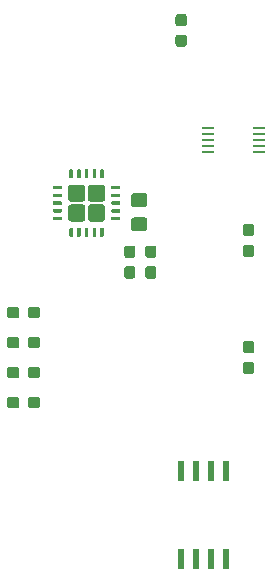
<source format=gbr>
G04 #@! TF.GenerationSoftware,KiCad,Pcbnew,(5.0.1-3-g963ef8bb5)*
G04 #@! TF.CreationDate,2019-03-13T16:51:20+03:00*
G04 #@! TF.ProjectId,sagitta-shield,736167697474612D736869656C642E6B,rev?*
G04 #@! TF.SameCoordinates,Original*
G04 #@! TF.FileFunction,Paste,Top*
G04 #@! TF.FilePolarity,Positive*
%FSLAX46Y46*%
G04 Gerber Fmt 4.6, Leading zero omitted, Abs format (unit mm)*
G04 Created by KiCad (PCBNEW (5.0.1-3-g963ef8bb5)) date 2019 March 13, Wednesday 16:51:20*
%MOMM*%
%LPD*%
G01*
G04 APERTURE LIST*
%ADD10C,0.100000*%
%ADD11C,0.950000*%
%ADD12C,1.150000*%
%ADD13R,1.100000X0.250000*%
%ADD14R,0.550000X1.750000*%
%ADD15C,1.450000*%
%ADD16C,0.300000*%
G04 APERTURE END LIST*
D10*
G04 #@! TO.C,C1*
G36*
X156446243Y-64403058D02*
X156469298Y-64406477D01*
X156491907Y-64412141D01*
X156513851Y-64419993D01*
X156534921Y-64429958D01*
X156554912Y-64441940D01*
X156573632Y-64455824D01*
X156590902Y-64471476D01*
X156606554Y-64488746D01*
X156620438Y-64507466D01*
X156632420Y-64527457D01*
X156642385Y-64548527D01*
X156650237Y-64570471D01*
X156655901Y-64593080D01*
X156659320Y-64616135D01*
X156660464Y-64639414D01*
X156660464Y-65214414D01*
X156659320Y-65237693D01*
X156655901Y-65260748D01*
X156650237Y-65283357D01*
X156642385Y-65305301D01*
X156632420Y-65326371D01*
X156620438Y-65346362D01*
X156606554Y-65365082D01*
X156590902Y-65382352D01*
X156573632Y-65398004D01*
X156554912Y-65411888D01*
X156534921Y-65423870D01*
X156513851Y-65433835D01*
X156491907Y-65441687D01*
X156469298Y-65447351D01*
X156446243Y-65450770D01*
X156422964Y-65451914D01*
X155947964Y-65451914D01*
X155924685Y-65450770D01*
X155901630Y-65447351D01*
X155879021Y-65441687D01*
X155857077Y-65433835D01*
X155836007Y-65423870D01*
X155816016Y-65411888D01*
X155797296Y-65398004D01*
X155780026Y-65382352D01*
X155764374Y-65365082D01*
X155750490Y-65346362D01*
X155738508Y-65326371D01*
X155728543Y-65305301D01*
X155720691Y-65283357D01*
X155715027Y-65260748D01*
X155711608Y-65237693D01*
X155710464Y-65214414D01*
X155710464Y-64639414D01*
X155711608Y-64616135D01*
X155715027Y-64593080D01*
X155720691Y-64570471D01*
X155728543Y-64548527D01*
X155738508Y-64527457D01*
X155750490Y-64507466D01*
X155764374Y-64488746D01*
X155780026Y-64471476D01*
X155797296Y-64455824D01*
X155816016Y-64441940D01*
X155836007Y-64429958D01*
X155857077Y-64419993D01*
X155879021Y-64412141D01*
X155901630Y-64406477D01*
X155924685Y-64403058D01*
X155947964Y-64401914D01*
X156422964Y-64401914D01*
X156446243Y-64403058D01*
X156446243Y-64403058D01*
G37*
D11*
X156185464Y-64926914D03*
D10*
G36*
X156446243Y-62653058D02*
X156469298Y-62656477D01*
X156491907Y-62662141D01*
X156513851Y-62669993D01*
X156534921Y-62679958D01*
X156554912Y-62691940D01*
X156573632Y-62705824D01*
X156590902Y-62721476D01*
X156606554Y-62738746D01*
X156620438Y-62757466D01*
X156632420Y-62777457D01*
X156642385Y-62798527D01*
X156650237Y-62820471D01*
X156655901Y-62843080D01*
X156659320Y-62866135D01*
X156660464Y-62889414D01*
X156660464Y-63464414D01*
X156659320Y-63487693D01*
X156655901Y-63510748D01*
X156650237Y-63533357D01*
X156642385Y-63555301D01*
X156632420Y-63576371D01*
X156620438Y-63596362D01*
X156606554Y-63615082D01*
X156590902Y-63632352D01*
X156573632Y-63648004D01*
X156554912Y-63661888D01*
X156534921Y-63673870D01*
X156513851Y-63683835D01*
X156491907Y-63691687D01*
X156469298Y-63697351D01*
X156446243Y-63700770D01*
X156422964Y-63701914D01*
X155947964Y-63701914D01*
X155924685Y-63700770D01*
X155901630Y-63697351D01*
X155879021Y-63691687D01*
X155857077Y-63683835D01*
X155836007Y-63673870D01*
X155816016Y-63661888D01*
X155797296Y-63648004D01*
X155780026Y-63632352D01*
X155764374Y-63615082D01*
X155750490Y-63596362D01*
X155738508Y-63576371D01*
X155728543Y-63555301D01*
X155720691Y-63533357D01*
X155715027Y-63510748D01*
X155711608Y-63487693D01*
X155710464Y-63464414D01*
X155710464Y-62889414D01*
X155711608Y-62866135D01*
X155715027Y-62843080D01*
X155720691Y-62820471D01*
X155728543Y-62798527D01*
X155738508Y-62777457D01*
X155750490Y-62757466D01*
X155764374Y-62738746D01*
X155780026Y-62721476D01*
X155797296Y-62705824D01*
X155816016Y-62691940D01*
X155836007Y-62679958D01*
X155857077Y-62669993D01*
X155879021Y-62662141D01*
X155901630Y-62656477D01*
X155924685Y-62653058D01*
X155947964Y-62651914D01*
X156422964Y-62651914D01*
X156446243Y-62653058D01*
X156446243Y-62653058D01*
G37*
D11*
X156185464Y-63176914D03*
G04 #@! TD*
D10*
G04 #@! TO.C,C2*
G36*
X158229845Y-62653058D02*
X158252900Y-62656477D01*
X158275509Y-62662141D01*
X158297453Y-62669993D01*
X158318523Y-62679958D01*
X158338514Y-62691940D01*
X158357234Y-62705824D01*
X158374504Y-62721476D01*
X158390156Y-62738746D01*
X158404040Y-62757466D01*
X158416022Y-62777457D01*
X158425987Y-62798527D01*
X158433839Y-62820471D01*
X158439503Y-62843080D01*
X158442922Y-62866135D01*
X158444066Y-62889414D01*
X158444066Y-63464414D01*
X158442922Y-63487693D01*
X158439503Y-63510748D01*
X158433839Y-63533357D01*
X158425987Y-63555301D01*
X158416022Y-63576371D01*
X158404040Y-63596362D01*
X158390156Y-63615082D01*
X158374504Y-63632352D01*
X158357234Y-63648004D01*
X158338514Y-63661888D01*
X158318523Y-63673870D01*
X158297453Y-63683835D01*
X158275509Y-63691687D01*
X158252900Y-63697351D01*
X158229845Y-63700770D01*
X158206566Y-63701914D01*
X157731566Y-63701914D01*
X157708287Y-63700770D01*
X157685232Y-63697351D01*
X157662623Y-63691687D01*
X157640679Y-63683835D01*
X157619609Y-63673870D01*
X157599618Y-63661888D01*
X157580898Y-63648004D01*
X157563628Y-63632352D01*
X157547976Y-63615082D01*
X157534092Y-63596362D01*
X157522110Y-63576371D01*
X157512145Y-63555301D01*
X157504293Y-63533357D01*
X157498629Y-63510748D01*
X157495210Y-63487693D01*
X157494066Y-63464414D01*
X157494066Y-62889414D01*
X157495210Y-62866135D01*
X157498629Y-62843080D01*
X157504293Y-62820471D01*
X157512145Y-62798527D01*
X157522110Y-62777457D01*
X157534092Y-62757466D01*
X157547976Y-62738746D01*
X157563628Y-62721476D01*
X157580898Y-62705824D01*
X157599618Y-62691940D01*
X157619609Y-62679958D01*
X157640679Y-62669993D01*
X157662623Y-62662141D01*
X157685232Y-62656477D01*
X157708287Y-62653058D01*
X157731566Y-62651914D01*
X158206566Y-62651914D01*
X158229845Y-62653058D01*
X158229845Y-62653058D01*
G37*
D11*
X157969066Y-63176914D03*
D10*
G36*
X158229845Y-64403058D02*
X158252900Y-64406477D01*
X158275509Y-64412141D01*
X158297453Y-64419993D01*
X158318523Y-64429958D01*
X158338514Y-64441940D01*
X158357234Y-64455824D01*
X158374504Y-64471476D01*
X158390156Y-64488746D01*
X158404040Y-64507466D01*
X158416022Y-64527457D01*
X158425987Y-64548527D01*
X158433839Y-64570471D01*
X158439503Y-64593080D01*
X158442922Y-64616135D01*
X158444066Y-64639414D01*
X158444066Y-65214414D01*
X158442922Y-65237693D01*
X158439503Y-65260748D01*
X158433839Y-65283357D01*
X158425987Y-65305301D01*
X158416022Y-65326371D01*
X158404040Y-65346362D01*
X158390156Y-65365082D01*
X158374504Y-65382352D01*
X158357234Y-65398004D01*
X158338514Y-65411888D01*
X158318523Y-65423870D01*
X158297453Y-65433835D01*
X158275509Y-65441687D01*
X158252900Y-65447351D01*
X158229845Y-65450770D01*
X158206566Y-65451914D01*
X157731566Y-65451914D01*
X157708287Y-65450770D01*
X157685232Y-65447351D01*
X157662623Y-65441687D01*
X157640679Y-65433835D01*
X157619609Y-65423870D01*
X157599618Y-65411888D01*
X157580898Y-65398004D01*
X157563628Y-65382352D01*
X157547976Y-65365082D01*
X157534092Y-65346362D01*
X157522110Y-65326371D01*
X157512145Y-65305301D01*
X157504293Y-65283357D01*
X157498629Y-65260748D01*
X157495210Y-65237693D01*
X157494066Y-65214414D01*
X157494066Y-64639414D01*
X157495210Y-64616135D01*
X157498629Y-64593080D01*
X157504293Y-64570471D01*
X157512145Y-64548527D01*
X157522110Y-64527457D01*
X157534092Y-64507466D01*
X157547976Y-64488746D01*
X157563628Y-64471476D01*
X157580898Y-64455824D01*
X157599618Y-64441940D01*
X157619609Y-64429958D01*
X157640679Y-64419993D01*
X157662623Y-64412141D01*
X157685232Y-64406477D01*
X157708287Y-64403058D01*
X157731566Y-64401914D01*
X158206566Y-64401914D01*
X158229845Y-64403058D01*
X158229845Y-64403058D01*
G37*
D11*
X157969066Y-64926914D03*
G04 #@! TD*
D10*
G04 #@! TO.C,C3*
G36*
X160788779Y-44787144D02*
X160811834Y-44790563D01*
X160834443Y-44796227D01*
X160856387Y-44804079D01*
X160877457Y-44814044D01*
X160897448Y-44826026D01*
X160916168Y-44839910D01*
X160933438Y-44855562D01*
X160949090Y-44872832D01*
X160962974Y-44891552D01*
X160974956Y-44911543D01*
X160984921Y-44932613D01*
X160992773Y-44954557D01*
X160998437Y-44977166D01*
X161001856Y-45000221D01*
X161003000Y-45023500D01*
X161003000Y-45598500D01*
X161001856Y-45621779D01*
X160998437Y-45644834D01*
X160992773Y-45667443D01*
X160984921Y-45689387D01*
X160974956Y-45710457D01*
X160962974Y-45730448D01*
X160949090Y-45749168D01*
X160933438Y-45766438D01*
X160916168Y-45782090D01*
X160897448Y-45795974D01*
X160877457Y-45807956D01*
X160856387Y-45817921D01*
X160834443Y-45825773D01*
X160811834Y-45831437D01*
X160788779Y-45834856D01*
X160765500Y-45836000D01*
X160290500Y-45836000D01*
X160267221Y-45834856D01*
X160244166Y-45831437D01*
X160221557Y-45825773D01*
X160199613Y-45817921D01*
X160178543Y-45807956D01*
X160158552Y-45795974D01*
X160139832Y-45782090D01*
X160122562Y-45766438D01*
X160106910Y-45749168D01*
X160093026Y-45730448D01*
X160081044Y-45710457D01*
X160071079Y-45689387D01*
X160063227Y-45667443D01*
X160057563Y-45644834D01*
X160054144Y-45621779D01*
X160053000Y-45598500D01*
X160053000Y-45023500D01*
X160054144Y-45000221D01*
X160057563Y-44977166D01*
X160063227Y-44954557D01*
X160071079Y-44932613D01*
X160081044Y-44911543D01*
X160093026Y-44891552D01*
X160106910Y-44872832D01*
X160122562Y-44855562D01*
X160139832Y-44839910D01*
X160158552Y-44826026D01*
X160178543Y-44814044D01*
X160199613Y-44804079D01*
X160221557Y-44796227D01*
X160244166Y-44790563D01*
X160267221Y-44787144D01*
X160290500Y-44786000D01*
X160765500Y-44786000D01*
X160788779Y-44787144D01*
X160788779Y-44787144D01*
G37*
D11*
X160528000Y-45311000D03*
D10*
G36*
X160788779Y-43037144D02*
X160811834Y-43040563D01*
X160834443Y-43046227D01*
X160856387Y-43054079D01*
X160877457Y-43064044D01*
X160897448Y-43076026D01*
X160916168Y-43089910D01*
X160933438Y-43105562D01*
X160949090Y-43122832D01*
X160962974Y-43141552D01*
X160974956Y-43161543D01*
X160984921Y-43182613D01*
X160992773Y-43204557D01*
X160998437Y-43227166D01*
X161001856Y-43250221D01*
X161003000Y-43273500D01*
X161003000Y-43848500D01*
X161001856Y-43871779D01*
X160998437Y-43894834D01*
X160992773Y-43917443D01*
X160984921Y-43939387D01*
X160974956Y-43960457D01*
X160962974Y-43980448D01*
X160949090Y-43999168D01*
X160933438Y-44016438D01*
X160916168Y-44032090D01*
X160897448Y-44045974D01*
X160877457Y-44057956D01*
X160856387Y-44067921D01*
X160834443Y-44075773D01*
X160811834Y-44081437D01*
X160788779Y-44084856D01*
X160765500Y-44086000D01*
X160290500Y-44086000D01*
X160267221Y-44084856D01*
X160244166Y-44081437D01*
X160221557Y-44075773D01*
X160199613Y-44067921D01*
X160178543Y-44057956D01*
X160158552Y-44045974D01*
X160139832Y-44032090D01*
X160122562Y-44016438D01*
X160106910Y-43999168D01*
X160093026Y-43980448D01*
X160081044Y-43960457D01*
X160071079Y-43939387D01*
X160063227Y-43917443D01*
X160057563Y-43894834D01*
X160054144Y-43871779D01*
X160053000Y-43848500D01*
X160053000Y-43273500D01*
X160054144Y-43250221D01*
X160057563Y-43227166D01*
X160063227Y-43204557D01*
X160071079Y-43182613D01*
X160081044Y-43161543D01*
X160093026Y-43141552D01*
X160106910Y-43122832D01*
X160122562Y-43105562D01*
X160139832Y-43089910D01*
X160158552Y-43076026D01*
X160178543Y-43064044D01*
X160199613Y-43054079D01*
X160221557Y-43046227D01*
X160244166Y-43040563D01*
X160267221Y-43037144D01*
X160290500Y-43036000D01*
X160765500Y-43036000D01*
X160788779Y-43037144D01*
X160788779Y-43037144D01*
G37*
D11*
X160528000Y-43561000D03*
G04 #@! TD*
D10*
G04 #@! TO.C,C4*
G36*
X148378779Y-70392144D02*
X148401834Y-70395563D01*
X148424443Y-70401227D01*
X148446387Y-70409079D01*
X148467457Y-70419044D01*
X148487448Y-70431026D01*
X148506168Y-70444910D01*
X148523438Y-70460562D01*
X148539090Y-70477832D01*
X148552974Y-70496552D01*
X148564956Y-70516543D01*
X148574921Y-70537613D01*
X148582773Y-70559557D01*
X148588437Y-70582166D01*
X148591856Y-70605221D01*
X148593000Y-70628500D01*
X148593000Y-71103500D01*
X148591856Y-71126779D01*
X148588437Y-71149834D01*
X148582773Y-71172443D01*
X148574921Y-71194387D01*
X148564956Y-71215457D01*
X148552974Y-71235448D01*
X148539090Y-71254168D01*
X148523438Y-71271438D01*
X148506168Y-71287090D01*
X148487448Y-71300974D01*
X148467457Y-71312956D01*
X148446387Y-71322921D01*
X148424443Y-71330773D01*
X148401834Y-71336437D01*
X148378779Y-71339856D01*
X148355500Y-71341000D01*
X147780500Y-71341000D01*
X147757221Y-71339856D01*
X147734166Y-71336437D01*
X147711557Y-71330773D01*
X147689613Y-71322921D01*
X147668543Y-71312956D01*
X147648552Y-71300974D01*
X147629832Y-71287090D01*
X147612562Y-71271438D01*
X147596910Y-71254168D01*
X147583026Y-71235448D01*
X147571044Y-71215457D01*
X147561079Y-71194387D01*
X147553227Y-71172443D01*
X147547563Y-71149834D01*
X147544144Y-71126779D01*
X147543000Y-71103500D01*
X147543000Y-70628500D01*
X147544144Y-70605221D01*
X147547563Y-70582166D01*
X147553227Y-70559557D01*
X147561079Y-70537613D01*
X147571044Y-70516543D01*
X147583026Y-70496552D01*
X147596910Y-70477832D01*
X147612562Y-70460562D01*
X147629832Y-70444910D01*
X147648552Y-70431026D01*
X147668543Y-70419044D01*
X147689613Y-70409079D01*
X147711557Y-70401227D01*
X147734166Y-70395563D01*
X147757221Y-70392144D01*
X147780500Y-70391000D01*
X148355500Y-70391000D01*
X148378779Y-70392144D01*
X148378779Y-70392144D01*
G37*
D11*
X148068000Y-70866000D03*
D10*
G36*
X146628779Y-70392144D02*
X146651834Y-70395563D01*
X146674443Y-70401227D01*
X146696387Y-70409079D01*
X146717457Y-70419044D01*
X146737448Y-70431026D01*
X146756168Y-70444910D01*
X146773438Y-70460562D01*
X146789090Y-70477832D01*
X146802974Y-70496552D01*
X146814956Y-70516543D01*
X146824921Y-70537613D01*
X146832773Y-70559557D01*
X146838437Y-70582166D01*
X146841856Y-70605221D01*
X146843000Y-70628500D01*
X146843000Y-71103500D01*
X146841856Y-71126779D01*
X146838437Y-71149834D01*
X146832773Y-71172443D01*
X146824921Y-71194387D01*
X146814956Y-71215457D01*
X146802974Y-71235448D01*
X146789090Y-71254168D01*
X146773438Y-71271438D01*
X146756168Y-71287090D01*
X146737448Y-71300974D01*
X146717457Y-71312956D01*
X146696387Y-71322921D01*
X146674443Y-71330773D01*
X146651834Y-71336437D01*
X146628779Y-71339856D01*
X146605500Y-71341000D01*
X146030500Y-71341000D01*
X146007221Y-71339856D01*
X145984166Y-71336437D01*
X145961557Y-71330773D01*
X145939613Y-71322921D01*
X145918543Y-71312956D01*
X145898552Y-71300974D01*
X145879832Y-71287090D01*
X145862562Y-71271438D01*
X145846910Y-71254168D01*
X145833026Y-71235448D01*
X145821044Y-71215457D01*
X145811079Y-71194387D01*
X145803227Y-71172443D01*
X145797563Y-71149834D01*
X145794144Y-71126779D01*
X145793000Y-71103500D01*
X145793000Y-70628500D01*
X145794144Y-70605221D01*
X145797563Y-70582166D01*
X145803227Y-70559557D01*
X145811079Y-70537613D01*
X145821044Y-70516543D01*
X145833026Y-70496552D01*
X145846910Y-70477832D01*
X145862562Y-70460562D01*
X145879832Y-70444910D01*
X145898552Y-70431026D01*
X145918543Y-70419044D01*
X145939613Y-70409079D01*
X145961557Y-70401227D01*
X145984166Y-70395563D01*
X146007221Y-70392144D01*
X146030500Y-70391000D01*
X146605500Y-70391000D01*
X146628779Y-70392144D01*
X146628779Y-70392144D01*
G37*
D11*
X146318000Y-70866000D03*
G04 #@! TD*
D10*
G04 #@! TO.C,C5*
G36*
X146628779Y-67852144D02*
X146651834Y-67855563D01*
X146674443Y-67861227D01*
X146696387Y-67869079D01*
X146717457Y-67879044D01*
X146737448Y-67891026D01*
X146756168Y-67904910D01*
X146773438Y-67920562D01*
X146789090Y-67937832D01*
X146802974Y-67956552D01*
X146814956Y-67976543D01*
X146824921Y-67997613D01*
X146832773Y-68019557D01*
X146838437Y-68042166D01*
X146841856Y-68065221D01*
X146843000Y-68088500D01*
X146843000Y-68563500D01*
X146841856Y-68586779D01*
X146838437Y-68609834D01*
X146832773Y-68632443D01*
X146824921Y-68654387D01*
X146814956Y-68675457D01*
X146802974Y-68695448D01*
X146789090Y-68714168D01*
X146773438Y-68731438D01*
X146756168Y-68747090D01*
X146737448Y-68760974D01*
X146717457Y-68772956D01*
X146696387Y-68782921D01*
X146674443Y-68790773D01*
X146651834Y-68796437D01*
X146628779Y-68799856D01*
X146605500Y-68801000D01*
X146030500Y-68801000D01*
X146007221Y-68799856D01*
X145984166Y-68796437D01*
X145961557Y-68790773D01*
X145939613Y-68782921D01*
X145918543Y-68772956D01*
X145898552Y-68760974D01*
X145879832Y-68747090D01*
X145862562Y-68731438D01*
X145846910Y-68714168D01*
X145833026Y-68695448D01*
X145821044Y-68675457D01*
X145811079Y-68654387D01*
X145803227Y-68632443D01*
X145797563Y-68609834D01*
X145794144Y-68586779D01*
X145793000Y-68563500D01*
X145793000Y-68088500D01*
X145794144Y-68065221D01*
X145797563Y-68042166D01*
X145803227Y-68019557D01*
X145811079Y-67997613D01*
X145821044Y-67976543D01*
X145833026Y-67956552D01*
X145846910Y-67937832D01*
X145862562Y-67920562D01*
X145879832Y-67904910D01*
X145898552Y-67891026D01*
X145918543Y-67879044D01*
X145939613Y-67869079D01*
X145961557Y-67861227D01*
X145984166Y-67855563D01*
X146007221Y-67852144D01*
X146030500Y-67851000D01*
X146605500Y-67851000D01*
X146628779Y-67852144D01*
X146628779Y-67852144D01*
G37*
D11*
X146318000Y-68326000D03*
D10*
G36*
X148378779Y-67852144D02*
X148401834Y-67855563D01*
X148424443Y-67861227D01*
X148446387Y-67869079D01*
X148467457Y-67879044D01*
X148487448Y-67891026D01*
X148506168Y-67904910D01*
X148523438Y-67920562D01*
X148539090Y-67937832D01*
X148552974Y-67956552D01*
X148564956Y-67976543D01*
X148574921Y-67997613D01*
X148582773Y-68019557D01*
X148588437Y-68042166D01*
X148591856Y-68065221D01*
X148593000Y-68088500D01*
X148593000Y-68563500D01*
X148591856Y-68586779D01*
X148588437Y-68609834D01*
X148582773Y-68632443D01*
X148574921Y-68654387D01*
X148564956Y-68675457D01*
X148552974Y-68695448D01*
X148539090Y-68714168D01*
X148523438Y-68731438D01*
X148506168Y-68747090D01*
X148487448Y-68760974D01*
X148467457Y-68772956D01*
X148446387Y-68782921D01*
X148424443Y-68790773D01*
X148401834Y-68796437D01*
X148378779Y-68799856D01*
X148355500Y-68801000D01*
X147780500Y-68801000D01*
X147757221Y-68799856D01*
X147734166Y-68796437D01*
X147711557Y-68790773D01*
X147689613Y-68782921D01*
X147668543Y-68772956D01*
X147648552Y-68760974D01*
X147629832Y-68747090D01*
X147612562Y-68731438D01*
X147596910Y-68714168D01*
X147583026Y-68695448D01*
X147571044Y-68675457D01*
X147561079Y-68654387D01*
X147553227Y-68632443D01*
X147547563Y-68609834D01*
X147544144Y-68586779D01*
X147543000Y-68563500D01*
X147543000Y-68088500D01*
X147544144Y-68065221D01*
X147547563Y-68042166D01*
X147553227Y-68019557D01*
X147561079Y-67997613D01*
X147571044Y-67976543D01*
X147583026Y-67956552D01*
X147596910Y-67937832D01*
X147612562Y-67920562D01*
X147629832Y-67904910D01*
X147648552Y-67891026D01*
X147668543Y-67879044D01*
X147689613Y-67869079D01*
X147711557Y-67861227D01*
X147734166Y-67855563D01*
X147757221Y-67852144D01*
X147780500Y-67851000D01*
X148355500Y-67851000D01*
X148378779Y-67852144D01*
X148378779Y-67852144D01*
G37*
D11*
X148068000Y-68326000D03*
G04 #@! TD*
D10*
G04 #@! TO.C,C6*
G36*
X148378779Y-75472144D02*
X148401834Y-75475563D01*
X148424443Y-75481227D01*
X148446387Y-75489079D01*
X148467457Y-75499044D01*
X148487448Y-75511026D01*
X148506168Y-75524910D01*
X148523438Y-75540562D01*
X148539090Y-75557832D01*
X148552974Y-75576552D01*
X148564956Y-75596543D01*
X148574921Y-75617613D01*
X148582773Y-75639557D01*
X148588437Y-75662166D01*
X148591856Y-75685221D01*
X148593000Y-75708500D01*
X148593000Y-76183500D01*
X148591856Y-76206779D01*
X148588437Y-76229834D01*
X148582773Y-76252443D01*
X148574921Y-76274387D01*
X148564956Y-76295457D01*
X148552974Y-76315448D01*
X148539090Y-76334168D01*
X148523438Y-76351438D01*
X148506168Y-76367090D01*
X148487448Y-76380974D01*
X148467457Y-76392956D01*
X148446387Y-76402921D01*
X148424443Y-76410773D01*
X148401834Y-76416437D01*
X148378779Y-76419856D01*
X148355500Y-76421000D01*
X147780500Y-76421000D01*
X147757221Y-76419856D01*
X147734166Y-76416437D01*
X147711557Y-76410773D01*
X147689613Y-76402921D01*
X147668543Y-76392956D01*
X147648552Y-76380974D01*
X147629832Y-76367090D01*
X147612562Y-76351438D01*
X147596910Y-76334168D01*
X147583026Y-76315448D01*
X147571044Y-76295457D01*
X147561079Y-76274387D01*
X147553227Y-76252443D01*
X147547563Y-76229834D01*
X147544144Y-76206779D01*
X147543000Y-76183500D01*
X147543000Y-75708500D01*
X147544144Y-75685221D01*
X147547563Y-75662166D01*
X147553227Y-75639557D01*
X147561079Y-75617613D01*
X147571044Y-75596543D01*
X147583026Y-75576552D01*
X147596910Y-75557832D01*
X147612562Y-75540562D01*
X147629832Y-75524910D01*
X147648552Y-75511026D01*
X147668543Y-75499044D01*
X147689613Y-75489079D01*
X147711557Y-75481227D01*
X147734166Y-75475563D01*
X147757221Y-75472144D01*
X147780500Y-75471000D01*
X148355500Y-75471000D01*
X148378779Y-75472144D01*
X148378779Y-75472144D01*
G37*
D11*
X148068000Y-75946000D03*
D10*
G36*
X146628779Y-75472144D02*
X146651834Y-75475563D01*
X146674443Y-75481227D01*
X146696387Y-75489079D01*
X146717457Y-75499044D01*
X146737448Y-75511026D01*
X146756168Y-75524910D01*
X146773438Y-75540562D01*
X146789090Y-75557832D01*
X146802974Y-75576552D01*
X146814956Y-75596543D01*
X146824921Y-75617613D01*
X146832773Y-75639557D01*
X146838437Y-75662166D01*
X146841856Y-75685221D01*
X146843000Y-75708500D01*
X146843000Y-76183500D01*
X146841856Y-76206779D01*
X146838437Y-76229834D01*
X146832773Y-76252443D01*
X146824921Y-76274387D01*
X146814956Y-76295457D01*
X146802974Y-76315448D01*
X146789090Y-76334168D01*
X146773438Y-76351438D01*
X146756168Y-76367090D01*
X146737448Y-76380974D01*
X146717457Y-76392956D01*
X146696387Y-76402921D01*
X146674443Y-76410773D01*
X146651834Y-76416437D01*
X146628779Y-76419856D01*
X146605500Y-76421000D01*
X146030500Y-76421000D01*
X146007221Y-76419856D01*
X145984166Y-76416437D01*
X145961557Y-76410773D01*
X145939613Y-76402921D01*
X145918543Y-76392956D01*
X145898552Y-76380974D01*
X145879832Y-76367090D01*
X145862562Y-76351438D01*
X145846910Y-76334168D01*
X145833026Y-76315448D01*
X145821044Y-76295457D01*
X145811079Y-76274387D01*
X145803227Y-76252443D01*
X145797563Y-76229834D01*
X145794144Y-76206779D01*
X145793000Y-76183500D01*
X145793000Y-75708500D01*
X145794144Y-75685221D01*
X145797563Y-75662166D01*
X145803227Y-75639557D01*
X145811079Y-75617613D01*
X145821044Y-75596543D01*
X145833026Y-75576552D01*
X145846910Y-75557832D01*
X145862562Y-75540562D01*
X145879832Y-75524910D01*
X145898552Y-75511026D01*
X145918543Y-75499044D01*
X145939613Y-75489079D01*
X145961557Y-75481227D01*
X145984166Y-75475563D01*
X146007221Y-75472144D01*
X146030500Y-75471000D01*
X146605500Y-75471000D01*
X146628779Y-75472144D01*
X146628779Y-75472144D01*
G37*
D11*
X146318000Y-75946000D03*
G04 #@! TD*
D10*
G04 #@! TO.C,C7*
G36*
X146628779Y-72932144D02*
X146651834Y-72935563D01*
X146674443Y-72941227D01*
X146696387Y-72949079D01*
X146717457Y-72959044D01*
X146737448Y-72971026D01*
X146756168Y-72984910D01*
X146773438Y-73000562D01*
X146789090Y-73017832D01*
X146802974Y-73036552D01*
X146814956Y-73056543D01*
X146824921Y-73077613D01*
X146832773Y-73099557D01*
X146838437Y-73122166D01*
X146841856Y-73145221D01*
X146843000Y-73168500D01*
X146843000Y-73643500D01*
X146841856Y-73666779D01*
X146838437Y-73689834D01*
X146832773Y-73712443D01*
X146824921Y-73734387D01*
X146814956Y-73755457D01*
X146802974Y-73775448D01*
X146789090Y-73794168D01*
X146773438Y-73811438D01*
X146756168Y-73827090D01*
X146737448Y-73840974D01*
X146717457Y-73852956D01*
X146696387Y-73862921D01*
X146674443Y-73870773D01*
X146651834Y-73876437D01*
X146628779Y-73879856D01*
X146605500Y-73881000D01*
X146030500Y-73881000D01*
X146007221Y-73879856D01*
X145984166Y-73876437D01*
X145961557Y-73870773D01*
X145939613Y-73862921D01*
X145918543Y-73852956D01*
X145898552Y-73840974D01*
X145879832Y-73827090D01*
X145862562Y-73811438D01*
X145846910Y-73794168D01*
X145833026Y-73775448D01*
X145821044Y-73755457D01*
X145811079Y-73734387D01*
X145803227Y-73712443D01*
X145797563Y-73689834D01*
X145794144Y-73666779D01*
X145793000Y-73643500D01*
X145793000Y-73168500D01*
X145794144Y-73145221D01*
X145797563Y-73122166D01*
X145803227Y-73099557D01*
X145811079Y-73077613D01*
X145821044Y-73056543D01*
X145833026Y-73036552D01*
X145846910Y-73017832D01*
X145862562Y-73000562D01*
X145879832Y-72984910D01*
X145898552Y-72971026D01*
X145918543Y-72959044D01*
X145939613Y-72949079D01*
X145961557Y-72941227D01*
X145984166Y-72935563D01*
X146007221Y-72932144D01*
X146030500Y-72931000D01*
X146605500Y-72931000D01*
X146628779Y-72932144D01*
X146628779Y-72932144D01*
G37*
D11*
X146318000Y-73406000D03*
D10*
G36*
X148378779Y-72932144D02*
X148401834Y-72935563D01*
X148424443Y-72941227D01*
X148446387Y-72949079D01*
X148467457Y-72959044D01*
X148487448Y-72971026D01*
X148506168Y-72984910D01*
X148523438Y-73000562D01*
X148539090Y-73017832D01*
X148552974Y-73036552D01*
X148564956Y-73056543D01*
X148574921Y-73077613D01*
X148582773Y-73099557D01*
X148588437Y-73122166D01*
X148591856Y-73145221D01*
X148593000Y-73168500D01*
X148593000Y-73643500D01*
X148591856Y-73666779D01*
X148588437Y-73689834D01*
X148582773Y-73712443D01*
X148574921Y-73734387D01*
X148564956Y-73755457D01*
X148552974Y-73775448D01*
X148539090Y-73794168D01*
X148523438Y-73811438D01*
X148506168Y-73827090D01*
X148487448Y-73840974D01*
X148467457Y-73852956D01*
X148446387Y-73862921D01*
X148424443Y-73870773D01*
X148401834Y-73876437D01*
X148378779Y-73879856D01*
X148355500Y-73881000D01*
X147780500Y-73881000D01*
X147757221Y-73879856D01*
X147734166Y-73876437D01*
X147711557Y-73870773D01*
X147689613Y-73862921D01*
X147668543Y-73852956D01*
X147648552Y-73840974D01*
X147629832Y-73827090D01*
X147612562Y-73811438D01*
X147596910Y-73794168D01*
X147583026Y-73775448D01*
X147571044Y-73755457D01*
X147561079Y-73734387D01*
X147553227Y-73712443D01*
X147547563Y-73689834D01*
X147544144Y-73666779D01*
X147543000Y-73643500D01*
X147543000Y-73168500D01*
X147544144Y-73145221D01*
X147547563Y-73122166D01*
X147553227Y-73099557D01*
X147561079Y-73077613D01*
X147571044Y-73056543D01*
X147583026Y-73036552D01*
X147596910Y-73017832D01*
X147612562Y-73000562D01*
X147629832Y-72984910D01*
X147648552Y-72971026D01*
X147668543Y-72959044D01*
X147689613Y-72949079D01*
X147711557Y-72941227D01*
X147734166Y-72935563D01*
X147757221Y-72932144D01*
X147780500Y-72931000D01*
X148355500Y-72931000D01*
X148378779Y-72932144D01*
X148378779Y-72932144D01*
G37*
D11*
X148068000Y-73406000D03*
G04 #@! TD*
D10*
G04 #@! TO.C,R1*
G36*
X157446505Y-60277204D02*
X157470773Y-60280804D01*
X157494572Y-60286765D01*
X157517671Y-60295030D01*
X157539850Y-60305520D01*
X157560893Y-60318132D01*
X157580599Y-60332747D01*
X157598777Y-60349223D01*
X157615253Y-60367401D01*
X157629868Y-60387107D01*
X157642480Y-60408150D01*
X157652970Y-60430329D01*
X157661235Y-60453428D01*
X157667196Y-60477227D01*
X157670796Y-60501495D01*
X157672000Y-60525999D01*
X157672000Y-61176001D01*
X157670796Y-61200505D01*
X157667196Y-61224773D01*
X157661235Y-61248572D01*
X157652970Y-61271671D01*
X157642480Y-61293850D01*
X157629868Y-61314893D01*
X157615253Y-61334599D01*
X157598777Y-61352777D01*
X157580599Y-61369253D01*
X157560893Y-61383868D01*
X157539850Y-61396480D01*
X157517671Y-61406970D01*
X157494572Y-61415235D01*
X157470773Y-61421196D01*
X157446505Y-61424796D01*
X157422001Y-61426000D01*
X156521999Y-61426000D01*
X156497495Y-61424796D01*
X156473227Y-61421196D01*
X156449428Y-61415235D01*
X156426329Y-61406970D01*
X156404150Y-61396480D01*
X156383107Y-61383868D01*
X156363401Y-61369253D01*
X156345223Y-61352777D01*
X156328747Y-61334599D01*
X156314132Y-61314893D01*
X156301520Y-61293850D01*
X156291030Y-61271671D01*
X156282765Y-61248572D01*
X156276804Y-61224773D01*
X156273204Y-61200505D01*
X156272000Y-61176001D01*
X156272000Y-60525999D01*
X156273204Y-60501495D01*
X156276804Y-60477227D01*
X156282765Y-60453428D01*
X156291030Y-60430329D01*
X156301520Y-60408150D01*
X156314132Y-60387107D01*
X156328747Y-60367401D01*
X156345223Y-60349223D01*
X156363401Y-60332747D01*
X156383107Y-60318132D01*
X156404150Y-60305520D01*
X156426329Y-60295030D01*
X156449428Y-60286765D01*
X156473227Y-60280804D01*
X156497495Y-60277204D01*
X156521999Y-60276000D01*
X157422001Y-60276000D01*
X157446505Y-60277204D01*
X157446505Y-60277204D01*
G37*
D12*
X156972000Y-60851000D03*
D10*
G36*
X157446505Y-58227204D02*
X157470773Y-58230804D01*
X157494572Y-58236765D01*
X157517671Y-58245030D01*
X157539850Y-58255520D01*
X157560893Y-58268132D01*
X157580599Y-58282747D01*
X157598777Y-58299223D01*
X157615253Y-58317401D01*
X157629868Y-58337107D01*
X157642480Y-58358150D01*
X157652970Y-58380329D01*
X157661235Y-58403428D01*
X157667196Y-58427227D01*
X157670796Y-58451495D01*
X157672000Y-58475999D01*
X157672000Y-59126001D01*
X157670796Y-59150505D01*
X157667196Y-59174773D01*
X157661235Y-59198572D01*
X157652970Y-59221671D01*
X157642480Y-59243850D01*
X157629868Y-59264893D01*
X157615253Y-59284599D01*
X157598777Y-59302777D01*
X157580599Y-59319253D01*
X157560893Y-59333868D01*
X157539850Y-59346480D01*
X157517671Y-59356970D01*
X157494572Y-59365235D01*
X157470773Y-59371196D01*
X157446505Y-59374796D01*
X157422001Y-59376000D01*
X156521999Y-59376000D01*
X156497495Y-59374796D01*
X156473227Y-59371196D01*
X156449428Y-59365235D01*
X156426329Y-59356970D01*
X156404150Y-59346480D01*
X156383107Y-59333868D01*
X156363401Y-59319253D01*
X156345223Y-59302777D01*
X156328747Y-59284599D01*
X156314132Y-59264893D01*
X156301520Y-59243850D01*
X156291030Y-59221671D01*
X156282765Y-59198572D01*
X156276804Y-59174773D01*
X156273204Y-59150505D01*
X156272000Y-59126001D01*
X156272000Y-58475999D01*
X156273204Y-58451495D01*
X156276804Y-58427227D01*
X156282765Y-58403428D01*
X156291030Y-58380329D01*
X156301520Y-58358150D01*
X156314132Y-58337107D01*
X156328747Y-58317401D01*
X156345223Y-58299223D01*
X156363401Y-58282747D01*
X156383107Y-58268132D01*
X156404150Y-58255520D01*
X156426329Y-58245030D01*
X156449428Y-58236765D01*
X156473227Y-58230804D01*
X156497495Y-58227204D01*
X156521999Y-58226000D01*
X157422001Y-58226000D01*
X157446505Y-58227204D01*
X157446505Y-58227204D01*
G37*
D12*
X156972000Y-58801000D03*
G04 #@! TD*
D10*
G04 #@! TO.C,R2*
G36*
X166503779Y-60817144D02*
X166526834Y-60820563D01*
X166549443Y-60826227D01*
X166571387Y-60834079D01*
X166592457Y-60844044D01*
X166612448Y-60856026D01*
X166631168Y-60869910D01*
X166648438Y-60885562D01*
X166664090Y-60902832D01*
X166677974Y-60921552D01*
X166689956Y-60941543D01*
X166699921Y-60962613D01*
X166707773Y-60984557D01*
X166713437Y-61007166D01*
X166716856Y-61030221D01*
X166718000Y-61053500D01*
X166718000Y-61628500D01*
X166716856Y-61651779D01*
X166713437Y-61674834D01*
X166707773Y-61697443D01*
X166699921Y-61719387D01*
X166689956Y-61740457D01*
X166677974Y-61760448D01*
X166664090Y-61779168D01*
X166648438Y-61796438D01*
X166631168Y-61812090D01*
X166612448Y-61825974D01*
X166592457Y-61837956D01*
X166571387Y-61847921D01*
X166549443Y-61855773D01*
X166526834Y-61861437D01*
X166503779Y-61864856D01*
X166480500Y-61866000D01*
X166005500Y-61866000D01*
X165982221Y-61864856D01*
X165959166Y-61861437D01*
X165936557Y-61855773D01*
X165914613Y-61847921D01*
X165893543Y-61837956D01*
X165873552Y-61825974D01*
X165854832Y-61812090D01*
X165837562Y-61796438D01*
X165821910Y-61779168D01*
X165808026Y-61760448D01*
X165796044Y-61740457D01*
X165786079Y-61719387D01*
X165778227Y-61697443D01*
X165772563Y-61674834D01*
X165769144Y-61651779D01*
X165768000Y-61628500D01*
X165768000Y-61053500D01*
X165769144Y-61030221D01*
X165772563Y-61007166D01*
X165778227Y-60984557D01*
X165786079Y-60962613D01*
X165796044Y-60941543D01*
X165808026Y-60921552D01*
X165821910Y-60902832D01*
X165837562Y-60885562D01*
X165854832Y-60869910D01*
X165873552Y-60856026D01*
X165893543Y-60844044D01*
X165914613Y-60834079D01*
X165936557Y-60826227D01*
X165959166Y-60820563D01*
X165982221Y-60817144D01*
X166005500Y-60816000D01*
X166480500Y-60816000D01*
X166503779Y-60817144D01*
X166503779Y-60817144D01*
G37*
D11*
X166243000Y-61341000D03*
D10*
G36*
X166503779Y-62567144D02*
X166526834Y-62570563D01*
X166549443Y-62576227D01*
X166571387Y-62584079D01*
X166592457Y-62594044D01*
X166612448Y-62606026D01*
X166631168Y-62619910D01*
X166648438Y-62635562D01*
X166664090Y-62652832D01*
X166677974Y-62671552D01*
X166689956Y-62691543D01*
X166699921Y-62712613D01*
X166707773Y-62734557D01*
X166713437Y-62757166D01*
X166716856Y-62780221D01*
X166718000Y-62803500D01*
X166718000Y-63378500D01*
X166716856Y-63401779D01*
X166713437Y-63424834D01*
X166707773Y-63447443D01*
X166699921Y-63469387D01*
X166689956Y-63490457D01*
X166677974Y-63510448D01*
X166664090Y-63529168D01*
X166648438Y-63546438D01*
X166631168Y-63562090D01*
X166612448Y-63575974D01*
X166592457Y-63587956D01*
X166571387Y-63597921D01*
X166549443Y-63605773D01*
X166526834Y-63611437D01*
X166503779Y-63614856D01*
X166480500Y-63616000D01*
X166005500Y-63616000D01*
X165982221Y-63614856D01*
X165959166Y-63611437D01*
X165936557Y-63605773D01*
X165914613Y-63597921D01*
X165893543Y-63587956D01*
X165873552Y-63575974D01*
X165854832Y-63562090D01*
X165837562Y-63546438D01*
X165821910Y-63529168D01*
X165808026Y-63510448D01*
X165796044Y-63490457D01*
X165786079Y-63469387D01*
X165778227Y-63447443D01*
X165772563Y-63424834D01*
X165769144Y-63401779D01*
X165768000Y-63378500D01*
X165768000Y-62803500D01*
X165769144Y-62780221D01*
X165772563Y-62757166D01*
X165778227Y-62734557D01*
X165786079Y-62712613D01*
X165796044Y-62691543D01*
X165808026Y-62671552D01*
X165821910Y-62652832D01*
X165837562Y-62635562D01*
X165854832Y-62619910D01*
X165873552Y-62606026D01*
X165893543Y-62594044D01*
X165914613Y-62584079D01*
X165936557Y-62576227D01*
X165959166Y-62570563D01*
X165982221Y-62567144D01*
X166005500Y-62566000D01*
X166480500Y-62566000D01*
X166503779Y-62567144D01*
X166503779Y-62567144D01*
G37*
D11*
X166243000Y-63091000D03*
G04 #@! TD*
D10*
G04 #@! TO.C,R3*
G36*
X166503779Y-70737144D02*
X166526834Y-70740563D01*
X166549443Y-70746227D01*
X166571387Y-70754079D01*
X166592457Y-70764044D01*
X166612448Y-70776026D01*
X166631168Y-70789910D01*
X166648438Y-70805562D01*
X166664090Y-70822832D01*
X166677974Y-70841552D01*
X166689956Y-70861543D01*
X166699921Y-70882613D01*
X166707773Y-70904557D01*
X166713437Y-70927166D01*
X166716856Y-70950221D01*
X166718000Y-70973500D01*
X166718000Y-71548500D01*
X166716856Y-71571779D01*
X166713437Y-71594834D01*
X166707773Y-71617443D01*
X166699921Y-71639387D01*
X166689956Y-71660457D01*
X166677974Y-71680448D01*
X166664090Y-71699168D01*
X166648438Y-71716438D01*
X166631168Y-71732090D01*
X166612448Y-71745974D01*
X166592457Y-71757956D01*
X166571387Y-71767921D01*
X166549443Y-71775773D01*
X166526834Y-71781437D01*
X166503779Y-71784856D01*
X166480500Y-71786000D01*
X166005500Y-71786000D01*
X165982221Y-71784856D01*
X165959166Y-71781437D01*
X165936557Y-71775773D01*
X165914613Y-71767921D01*
X165893543Y-71757956D01*
X165873552Y-71745974D01*
X165854832Y-71732090D01*
X165837562Y-71716438D01*
X165821910Y-71699168D01*
X165808026Y-71680448D01*
X165796044Y-71660457D01*
X165786079Y-71639387D01*
X165778227Y-71617443D01*
X165772563Y-71594834D01*
X165769144Y-71571779D01*
X165768000Y-71548500D01*
X165768000Y-70973500D01*
X165769144Y-70950221D01*
X165772563Y-70927166D01*
X165778227Y-70904557D01*
X165786079Y-70882613D01*
X165796044Y-70861543D01*
X165808026Y-70841552D01*
X165821910Y-70822832D01*
X165837562Y-70805562D01*
X165854832Y-70789910D01*
X165873552Y-70776026D01*
X165893543Y-70764044D01*
X165914613Y-70754079D01*
X165936557Y-70746227D01*
X165959166Y-70740563D01*
X165982221Y-70737144D01*
X166005500Y-70736000D01*
X166480500Y-70736000D01*
X166503779Y-70737144D01*
X166503779Y-70737144D01*
G37*
D11*
X166243000Y-71261000D03*
D10*
G36*
X166503779Y-72487144D02*
X166526834Y-72490563D01*
X166549443Y-72496227D01*
X166571387Y-72504079D01*
X166592457Y-72514044D01*
X166612448Y-72526026D01*
X166631168Y-72539910D01*
X166648438Y-72555562D01*
X166664090Y-72572832D01*
X166677974Y-72591552D01*
X166689956Y-72611543D01*
X166699921Y-72632613D01*
X166707773Y-72654557D01*
X166713437Y-72677166D01*
X166716856Y-72700221D01*
X166718000Y-72723500D01*
X166718000Y-73298500D01*
X166716856Y-73321779D01*
X166713437Y-73344834D01*
X166707773Y-73367443D01*
X166699921Y-73389387D01*
X166689956Y-73410457D01*
X166677974Y-73430448D01*
X166664090Y-73449168D01*
X166648438Y-73466438D01*
X166631168Y-73482090D01*
X166612448Y-73495974D01*
X166592457Y-73507956D01*
X166571387Y-73517921D01*
X166549443Y-73525773D01*
X166526834Y-73531437D01*
X166503779Y-73534856D01*
X166480500Y-73536000D01*
X166005500Y-73536000D01*
X165982221Y-73534856D01*
X165959166Y-73531437D01*
X165936557Y-73525773D01*
X165914613Y-73517921D01*
X165893543Y-73507956D01*
X165873552Y-73495974D01*
X165854832Y-73482090D01*
X165837562Y-73466438D01*
X165821910Y-73449168D01*
X165808026Y-73430448D01*
X165796044Y-73410457D01*
X165786079Y-73389387D01*
X165778227Y-73367443D01*
X165772563Y-73344834D01*
X165769144Y-73321779D01*
X165768000Y-73298500D01*
X165768000Y-72723500D01*
X165769144Y-72700221D01*
X165772563Y-72677166D01*
X165778227Y-72654557D01*
X165786079Y-72632613D01*
X165796044Y-72611543D01*
X165808026Y-72591552D01*
X165821910Y-72572832D01*
X165837562Y-72555562D01*
X165854832Y-72539910D01*
X165873552Y-72526026D01*
X165893543Y-72514044D01*
X165914613Y-72504079D01*
X165936557Y-72496227D01*
X165959166Y-72490563D01*
X165982221Y-72487144D01*
X166005500Y-72486000D01*
X166480500Y-72486000D01*
X166503779Y-72487144D01*
X166503779Y-72487144D01*
G37*
D11*
X166243000Y-73011000D03*
G04 #@! TD*
D13*
G04 #@! TO.C,U1*
X167123000Y-54721000D03*
X167123000Y-54221000D03*
X167123000Y-53721000D03*
X167123000Y-53221000D03*
X167123000Y-52721000D03*
X162823000Y-52721000D03*
X162823000Y-53221000D03*
X162823000Y-53721000D03*
X162823000Y-54221000D03*
X162823000Y-54721000D03*
G04 #@! TD*
D14*
G04 #@! TO.C,U3*
X160528000Y-89171000D03*
X161798000Y-89171000D03*
X163068000Y-89171000D03*
X164338000Y-89171000D03*
X164338000Y-81771000D03*
X163068000Y-81771000D03*
X161798000Y-81771000D03*
X160528000Y-81771000D03*
G04 #@! TD*
D10*
G04 #@! TO.C,U2*
G36*
X153866504Y-59171204D02*
X153890773Y-59174804D01*
X153914571Y-59180765D01*
X153937671Y-59189030D01*
X153959849Y-59199520D01*
X153980893Y-59212133D01*
X154000598Y-59226747D01*
X154018777Y-59243223D01*
X154035253Y-59261402D01*
X154049867Y-59281107D01*
X154062480Y-59302151D01*
X154072970Y-59324329D01*
X154081235Y-59347429D01*
X154087196Y-59371227D01*
X154090796Y-59395496D01*
X154092000Y-59420000D01*
X154092000Y-60370000D01*
X154090796Y-60394504D01*
X154087196Y-60418773D01*
X154081235Y-60442571D01*
X154072970Y-60465671D01*
X154062480Y-60487849D01*
X154049867Y-60508893D01*
X154035253Y-60528598D01*
X154018777Y-60546777D01*
X154000598Y-60563253D01*
X153980893Y-60577867D01*
X153959849Y-60590480D01*
X153937671Y-60600970D01*
X153914571Y-60609235D01*
X153890773Y-60615196D01*
X153866504Y-60618796D01*
X153842000Y-60620000D01*
X152892000Y-60620000D01*
X152867496Y-60618796D01*
X152843227Y-60615196D01*
X152819429Y-60609235D01*
X152796329Y-60600970D01*
X152774151Y-60590480D01*
X152753107Y-60577867D01*
X152733402Y-60563253D01*
X152715223Y-60546777D01*
X152698747Y-60528598D01*
X152684133Y-60508893D01*
X152671520Y-60487849D01*
X152661030Y-60465671D01*
X152652765Y-60442571D01*
X152646804Y-60418773D01*
X152643204Y-60394504D01*
X152642000Y-60370000D01*
X152642000Y-59420000D01*
X152643204Y-59395496D01*
X152646804Y-59371227D01*
X152652765Y-59347429D01*
X152661030Y-59324329D01*
X152671520Y-59302151D01*
X152684133Y-59281107D01*
X152698747Y-59261402D01*
X152715223Y-59243223D01*
X152733402Y-59226747D01*
X152753107Y-59212133D01*
X152774151Y-59199520D01*
X152796329Y-59189030D01*
X152819429Y-59180765D01*
X152843227Y-59174804D01*
X152867496Y-59171204D01*
X152892000Y-59170000D01*
X153842000Y-59170000D01*
X153866504Y-59171204D01*
X153866504Y-59171204D01*
G37*
D15*
X153367000Y-59895000D03*
D10*
G36*
X153866504Y-57491204D02*
X153890773Y-57494804D01*
X153914571Y-57500765D01*
X153937671Y-57509030D01*
X153959849Y-57519520D01*
X153980893Y-57532133D01*
X154000598Y-57546747D01*
X154018777Y-57563223D01*
X154035253Y-57581402D01*
X154049867Y-57601107D01*
X154062480Y-57622151D01*
X154072970Y-57644329D01*
X154081235Y-57667429D01*
X154087196Y-57691227D01*
X154090796Y-57715496D01*
X154092000Y-57740000D01*
X154092000Y-58690000D01*
X154090796Y-58714504D01*
X154087196Y-58738773D01*
X154081235Y-58762571D01*
X154072970Y-58785671D01*
X154062480Y-58807849D01*
X154049867Y-58828893D01*
X154035253Y-58848598D01*
X154018777Y-58866777D01*
X154000598Y-58883253D01*
X153980893Y-58897867D01*
X153959849Y-58910480D01*
X153937671Y-58920970D01*
X153914571Y-58929235D01*
X153890773Y-58935196D01*
X153866504Y-58938796D01*
X153842000Y-58940000D01*
X152892000Y-58940000D01*
X152867496Y-58938796D01*
X152843227Y-58935196D01*
X152819429Y-58929235D01*
X152796329Y-58920970D01*
X152774151Y-58910480D01*
X152753107Y-58897867D01*
X152733402Y-58883253D01*
X152715223Y-58866777D01*
X152698747Y-58848598D01*
X152684133Y-58828893D01*
X152671520Y-58807849D01*
X152661030Y-58785671D01*
X152652765Y-58762571D01*
X152646804Y-58738773D01*
X152643204Y-58714504D01*
X152642000Y-58690000D01*
X152642000Y-57740000D01*
X152643204Y-57715496D01*
X152646804Y-57691227D01*
X152652765Y-57667429D01*
X152661030Y-57644329D01*
X152671520Y-57622151D01*
X152684133Y-57601107D01*
X152698747Y-57581402D01*
X152715223Y-57563223D01*
X152733402Y-57546747D01*
X152753107Y-57532133D01*
X152774151Y-57519520D01*
X152796329Y-57509030D01*
X152819429Y-57500765D01*
X152843227Y-57494804D01*
X152867496Y-57491204D01*
X152892000Y-57490000D01*
X153842000Y-57490000D01*
X153866504Y-57491204D01*
X153866504Y-57491204D01*
G37*
D15*
X153367000Y-58215000D03*
D10*
G36*
X152186504Y-59171204D02*
X152210773Y-59174804D01*
X152234571Y-59180765D01*
X152257671Y-59189030D01*
X152279849Y-59199520D01*
X152300893Y-59212133D01*
X152320598Y-59226747D01*
X152338777Y-59243223D01*
X152355253Y-59261402D01*
X152369867Y-59281107D01*
X152382480Y-59302151D01*
X152392970Y-59324329D01*
X152401235Y-59347429D01*
X152407196Y-59371227D01*
X152410796Y-59395496D01*
X152412000Y-59420000D01*
X152412000Y-60370000D01*
X152410796Y-60394504D01*
X152407196Y-60418773D01*
X152401235Y-60442571D01*
X152392970Y-60465671D01*
X152382480Y-60487849D01*
X152369867Y-60508893D01*
X152355253Y-60528598D01*
X152338777Y-60546777D01*
X152320598Y-60563253D01*
X152300893Y-60577867D01*
X152279849Y-60590480D01*
X152257671Y-60600970D01*
X152234571Y-60609235D01*
X152210773Y-60615196D01*
X152186504Y-60618796D01*
X152162000Y-60620000D01*
X151212000Y-60620000D01*
X151187496Y-60618796D01*
X151163227Y-60615196D01*
X151139429Y-60609235D01*
X151116329Y-60600970D01*
X151094151Y-60590480D01*
X151073107Y-60577867D01*
X151053402Y-60563253D01*
X151035223Y-60546777D01*
X151018747Y-60528598D01*
X151004133Y-60508893D01*
X150991520Y-60487849D01*
X150981030Y-60465671D01*
X150972765Y-60442571D01*
X150966804Y-60418773D01*
X150963204Y-60394504D01*
X150962000Y-60370000D01*
X150962000Y-59420000D01*
X150963204Y-59395496D01*
X150966804Y-59371227D01*
X150972765Y-59347429D01*
X150981030Y-59324329D01*
X150991520Y-59302151D01*
X151004133Y-59281107D01*
X151018747Y-59261402D01*
X151035223Y-59243223D01*
X151053402Y-59226747D01*
X151073107Y-59212133D01*
X151094151Y-59199520D01*
X151116329Y-59189030D01*
X151139429Y-59180765D01*
X151163227Y-59174804D01*
X151187496Y-59171204D01*
X151212000Y-59170000D01*
X152162000Y-59170000D01*
X152186504Y-59171204D01*
X152186504Y-59171204D01*
G37*
D15*
X151687000Y-59895000D03*
D10*
G36*
X152186504Y-57491204D02*
X152210773Y-57494804D01*
X152234571Y-57500765D01*
X152257671Y-57509030D01*
X152279849Y-57519520D01*
X152300893Y-57532133D01*
X152320598Y-57546747D01*
X152338777Y-57563223D01*
X152355253Y-57581402D01*
X152369867Y-57601107D01*
X152382480Y-57622151D01*
X152392970Y-57644329D01*
X152401235Y-57667429D01*
X152407196Y-57691227D01*
X152410796Y-57715496D01*
X152412000Y-57740000D01*
X152412000Y-58690000D01*
X152410796Y-58714504D01*
X152407196Y-58738773D01*
X152401235Y-58762571D01*
X152392970Y-58785671D01*
X152382480Y-58807849D01*
X152369867Y-58828893D01*
X152355253Y-58848598D01*
X152338777Y-58866777D01*
X152320598Y-58883253D01*
X152300893Y-58897867D01*
X152279849Y-58910480D01*
X152257671Y-58920970D01*
X152234571Y-58929235D01*
X152210773Y-58935196D01*
X152186504Y-58938796D01*
X152162000Y-58940000D01*
X151212000Y-58940000D01*
X151187496Y-58938796D01*
X151163227Y-58935196D01*
X151139429Y-58929235D01*
X151116329Y-58920970D01*
X151094151Y-58910480D01*
X151073107Y-58897867D01*
X151053402Y-58883253D01*
X151035223Y-58866777D01*
X151018747Y-58848598D01*
X151004133Y-58828893D01*
X150991520Y-58807849D01*
X150981030Y-58785671D01*
X150972765Y-58762571D01*
X150966804Y-58738773D01*
X150963204Y-58714504D01*
X150962000Y-58690000D01*
X150962000Y-57740000D01*
X150963204Y-57715496D01*
X150966804Y-57691227D01*
X150972765Y-57667429D01*
X150981030Y-57644329D01*
X150991520Y-57622151D01*
X151004133Y-57601107D01*
X151018747Y-57581402D01*
X151035223Y-57563223D01*
X151053402Y-57546747D01*
X151073107Y-57532133D01*
X151094151Y-57519520D01*
X151116329Y-57509030D01*
X151139429Y-57500765D01*
X151163227Y-57494804D01*
X151187496Y-57491204D01*
X151212000Y-57490000D01*
X152162000Y-57490000D01*
X152186504Y-57491204D01*
X152186504Y-57491204D01*
G37*
D15*
X151687000Y-58215000D03*
D10*
G36*
X155309351Y-60205361D02*
X155316632Y-60206441D01*
X155323771Y-60208229D01*
X155330701Y-60210709D01*
X155337355Y-60213856D01*
X155343668Y-60217640D01*
X155349579Y-60222024D01*
X155355033Y-60226967D01*
X155359976Y-60232421D01*
X155364360Y-60238332D01*
X155368144Y-60244645D01*
X155371291Y-60251299D01*
X155373771Y-60258229D01*
X155375559Y-60265368D01*
X155376639Y-60272649D01*
X155377000Y-60280000D01*
X155377000Y-60430000D01*
X155376639Y-60437351D01*
X155375559Y-60444632D01*
X155373771Y-60451771D01*
X155371291Y-60458701D01*
X155368144Y-60465355D01*
X155364360Y-60471668D01*
X155359976Y-60477579D01*
X155355033Y-60483033D01*
X155349579Y-60487976D01*
X155343668Y-60492360D01*
X155337355Y-60496144D01*
X155330701Y-60499291D01*
X155323771Y-60501771D01*
X155316632Y-60503559D01*
X155309351Y-60504639D01*
X155302000Y-60505000D01*
X154702000Y-60505000D01*
X154694649Y-60504639D01*
X154687368Y-60503559D01*
X154680229Y-60501771D01*
X154673299Y-60499291D01*
X154666645Y-60496144D01*
X154660332Y-60492360D01*
X154654421Y-60487976D01*
X154648967Y-60483033D01*
X154644024Y-60477579D01*
X154639640Y-60471668D01*
X154635856Y-60465355D01*
X154632709Y-60458701D01*
X154630229Y-60451771D01*
X154628441Y-60444632D01*
X154627361Y-60437351D01*
X154627000Y-60430000D01*
X154627000Y-60280000D01*
X154627361Y-60272649D01*
X154628441Y-60265368D01*
X154630229Y-60258229D01*
X154632709Y-60251299D01*
X154635856Y-60244645D01*
X154639640Y-60238332D01*
X154644024Y-60232421D01*
X154648967Y-60226967D01*
X154654421Y-60222024D01*
X154660332Y-60217640D01*
X154666645Y-60213856D01*
X154673299Y-60210709D01*
X154680229Y-60208229D01*
X154687368Y-60206441D01*
X154694649Y-60205361D01*
X154702000Y-60205000D01*
X155302000Y-60205000D01*
X155309351Y-60205361D01*
X155309351Y-60205361D01*
G37*
D16*
X155002000Y-60355000D03*
D10*
G36*
X155309351Y-59555361D02*
X155316632Y-59556441D01*
X155323771Y-59558229D01*
X155330701Y-59560709D01*
X155337355Y-59563856D01*
X155343668Y-59567640D01*
X155349579Y-59572024D01*
X155355033Y-59576967D01*
X155359976Y-59582421D01*
X155364360Y-59588332D01*
X155368144Y-59594645D01*
X155371291Y-59601299D01*
X155373771Y-59608229D01*
X155375559Y-59615368D01*
X155376639Y-59622649D01*
X155377000Y-59630000D01*
X155377000Y-59780000D01*
X155376639Y-59787351D01*
X155375559Y-59794632D01*
X155373771Y-59801771D01*
X155371291Y-59808701D01*
X155368144Y-59815355D01*
X155364360Y-59821668D01*
X155359976Y-59827579D01*
X155355033Y-59833033D01*
X155349579Y-59837976D01*
X155343668Y-59842360D01*
X155337355Y-59846144D01*
X155330701Y-59849291D01*
X155323771Y-59851771D01*
X155316632Y-59853559D01*
X155309351Y-59854639D01*
X155302000Y-59855000D01*
X154702000Y-59855000D01*
X154694649Y-59854639D01*
X154687368Y-59853559D01*
X154680229Y-59851771D01*
X154673299Y-59849291D01*
X154666645Y-59846144D01*
X154660332Y-59842360D01*
X154654421Y-59837976D01*
X154648967Y-59833033D01*
X154644024Y-59827579D01*
X154639640Y-59821668D01*
X154635856Y-59815355D01*
X154632709Y-59808701D01*
X154630229Y-59801771D01*
X154628441Y-59794632D01*
X154627361Y-59787351D01*
X154627000Y-59780000D01*
X154627000Y-59630000D01*
X154627361Y-59622649D01*
X154628441Y-59615368D01*
X154630229Y-59608229D01*
X154632709Y-59601299D01*
X154635856Y-59594645D01*
X154639640Y-59588332D01*
X154644024Y-59582421D01*
X154648967Y-59576967D01*
X154654421Y-59572024D01*
X154660332Y-59567640D01*
X154666645Y-59563856D01*
X154673299Y-59560709D01*
X154680229Y-59558229D01*
X154687368Y-59556441D01*
X154694649Y-59555361D01*
X154702000Y-59555000D01*
X155302000Y-59555000D01*
X155309351Y-59555361D01*
X155309351Y-59555361D01*
G37*
D16*
X155002000Y-59705000D03*
D10*
G36*
X155309351Y-58905361D02*
X155316632Y-58906441D01*
X155323771Y-58908229D01*
X155330701Y-58910709D01*
X155337355Y-58913856D01*
X155343668Y-58917640D01*
X155349579Y-58922024D01*
X155355033Y-58926967D01*
X155359976Y-58932421D01*
X155364360Y-58938332D01*
X155368144Y-58944645D01*
X155371291Y-58951299D01*
X155373771Y-58958229D01*
X155375559Y-58965368D01*
X155376639Y-58972649D01*
X155377000Y-58980000D01*
X155377000Y-59130000D01*
X155376639Y-59137351D01*
X155375559Y-59144632D01*
X155373771Y-59151771D01*
X155371291Y-59158701D01*
X155368144Y-59165355D01*
X155364360Y-59171668D01*
X155359976Y-59177579D01*
X155355033Y-59183033D01*
X155349579Y-59187976D01*
X155343668Y-59192360D01*
X155337355Y-59196144D01*
X155330701Y-59199291D01*
X155323771Y-59201771D01*
X155316632Y-59203559D01*
X155309351Y-59204639D01*
X155302000Y-59205000D01*
X154702000Y-59205000D01*
X154694649Y-59204639D01*
X154687368Y-59203559D01*
X154680229Y-59201771D01*
X154673299Y-59199291D01*
X154666645Y-59196144D01*
X154660332Y-59192360D01*
X154654421Y-59187976D01*
X154648967Y-59183033D01*
X154644024Y-59177579D01*
X154639640Y-59171668D01*
X154635856Y-59165355D01*
X154632709Y-59158701D01*
X154630229Y-59151771D01*
X154628441Y-59144632D01*
X154627361Y-59137351D01*
X154627000Y-59130000D01*
X154627000Y-58980000D01*
X154627361Y-58972649D01*
X154628441Y-58965368D01*
X154630229Y-58958229D01*
X154632709Y-58951299D01*
X154635856Y-58944645D01*
X154639640Y-58938332D01*
X154644024Y-58932421D01*
X154648967Y-58926967D01*
X154654421Y-58922024D01*
X154660332Y-58917640D01*
X154666645Y-58913856D01*
X154673299Y-58910709D01*
X154680229Y-58908229D01*
X154687368Y-58906441D01*
X154694649Y-58905361D01*
X154702000Y-58905000D01*
X155302000Y-58905000D01*
X155309351Y-58905361D01*
X155309351Y-58905361D01*
G37*
D16*
X155002000Y-59055000D03*
D10*
G36*
X155309351Y-58255361D02*
X155316632Y-58256441D01*
X155323771Y-58258229D01*
X155330701Y-58260709D01*
X155337355Y-58263856D01*
X155343668Y-58267640D01*
X155349579Y-58272024D01*
X155355033Y-58276967D01*
X155359976Y-58282421D01*
X155364360Y-58288332D01*
X155368144Y-58294645D01*
X155371291Y-58301299D01*
X155373771Y-58308229D01*
X155375559Y-58315368D01*
X155376639Y-58322649D01*
X155377000Y-58330000D01*
X155377000Y-58480000D01*
X155376639Y-58487351D01*
X155375559Y-58494632D01*
X155373771Y-58501771D01*
X155371291Y-58508701D01*
X155368144Y-58515355D01*
X155364360Y-58521668D01*
X155359976Y-58527579D01*
X155355033Y-58533033D01*
X155349579Y-58537976D01*
X155343668Y-58542360D01*
X155337355Y-58546144D01*
X155330701Y-58549291D01*
X155323771Y-58551771D01*
X155316632Y-58553559D01*
X155309351Y-58554639D01*
X155302000Y-58555000D01*
X154702000Y-58555000D01*
X154694649Y-58554639D01*
X154687368Y-58553559D01*
X154680229Y-58551771D01*
X154673299Y-58549291D01*
X154666645Y-58546144D01*
X154660332Y-58542360D01*
X154654421Y-58537976D01*
X154648967Y-58533033D01*
X154644024Y-58527579D01*
X154639640Y-58521668D01*
X154635856Y-58515355D01*
X154632709Y-58508701D01*
X154630229Y-58501771D01*
X154628441Y-58494632D01*
X154627361Y-58487351D01*
X154627000Y-58480000D01*
X154627000Y-58330000D01*
X154627361Y-58322649D01*
X154628441Y-58315368D01*
X154630229Y-58308229D01*
X154632709Y-58301299D01*
X154635856Y-58294645D01*
X154639640Y-58288332D01*
X154644024Y-58282421D01*
X154648967Y-58276967D01*
X154654421Y-58272024D01*
X154660332Y-58267640D01*
X154666645Y-58263856D01*
X154673299Y-58260709D01*
X154680229Y-58258229D01*
X154687368Y-58256441D01*
X154694649Y-58255361D01*
X154702000Y-58255000D01*
X155302000Y-58255000D01*
X155309351Y-58255361D01*
X155309351Y-58255361D01*
G37*
D16*
X155002000Y-58405000D03*
D10*
G36*
X155309351Y-57605361D02*
X155316632Y-57606441D01*
X155323771Y-57608229D01*
X155330701Y-57610709D01*
X155337355Y-57613856D01*
X155343668Y-57617640D01*
X155349579Y-57622024D01*
X155355033Y-57626967D01*
X155359976Y-57632421D01*
X155364360Y-57638332D01*
X155368144Y-57644645D01*
X155371291Y-57651299D01*
X155373771Y-57658229D01*
X155375559Y-57665368D01*
X155376639Y-57672649D01*
X155377000Y-57680000D01*
X155377000Y-57830000D01*
X155376639Y-57837351D01*
X155375559Y-57844632D01*
X155373771Y-57851771D01*
X155371291Y-57858701D01*
X155368144Y-57865355D01*
X155364360Y-57871668D01*
X155359976Y-57877579D01*
X155355033Y-57883033D01*
X155349579Y-57887976D01*
X155343668Y-57892360D01*
X155337355Y-57896144D01*
X155330701Y-57899291D01*
X155323771Y-57901771D01*
X155316632Y-57903559D01*
X155309351Y-57904639D01*
X155302000Y-57905000D01*
X154702000Y-57905000D01*
X154694649Y-57904639D01*
X154687368Y-57903559D01*
X154680229Y-57901771D01*
X154673299Y-57899291D01*
X154666645Y-57896144D01*
X154660332Y-57892360D01*
X154654421Y-57887976D01*
X154648967Y-57883033D01*
X154644024Y-57877579D01*
X154639640Y-57871668D01*
X154635856Y-57865355D01*
X154632709Y-57858701D01*
X154630229Y-57851771D01*
X154628441Y-57844632D01*
X154627361Y-57837351D01*
X154627000Y-57830000D01*
X154627000Y-57680000D01*
X154627361Y-57672649D01*
X154628441Y-57665368D01*
X154630229Y-57658229D01*
X154632709Y-57651299D01*
X154635856Y-57644645D01*
X154639640Y-57638332D01*
X154644024Y-57632421D01*
X154648967Y-57626967D01*
X154654421Y-57622024D01*
X154660332Y-57617640D01*
X154666645Y-57613856D01*
X154673299Y-57610709D01*
X154680229Y-57608229D01*
X154687368Y-57606441D01*
X154694649Y-57605361D01*
X154702000Y-57605000D01*
X155302000Y-57605000D01*
X155309351Y-57605361D01*
X155309351Y-57605361D01*
G37*
D16*
X155002000Y-57755000D03*
D10*
G36*
X153909351Y-56205361D02*
X153916632Y-56206441D01*
X153923771Y-56208229D01*
X153930701Y-56210709D01*
X153937355Y-56213856D01*
X153943668Y-56217640D01*
X153949579Y-56222024D01*
X153955033Y-56226967D01*
X153959976Y-56232421D01*
X153964360Y-56238332D01*
X153968144Y-56244645D01*
X153971291Y-56251299D01*
X153973771Y-56258229D01*
X153975559Y-56265368D01*
X153976639Y-56272649D01*
X153977000Y-56280000D01*
X153977000Y-56880000D01*
X153976639Y-56887351D01*
X153975559Y-56894632D01*
X153973771Y-56901771D01*
X153971291Y-56908701D01*
X153968144Y-56915355D01*
X153964360Y-56921668D01*
X153959976Y-56927579D01*
X153955033Y-56933033D01*
X153949579Y-56937976D01*
X153943668Y-56942360D01*
X153937355Y-56946144D01*
X153930701Y-56949291D01*
X153923771Y-56951771D01*
X153916632Y-56953559D01*
X153909351Y-56954639D01*
X153902000Y-56955000D01*
X153752000Y-56955000D01*
X153744649Y-56954639D01*
X153737368Y-56953559D01*
X153730229Y-56951771D01*
X153723299Y-56949291D01*
X153716645Y-56946144D01*
X153710332Y-56942360D01*
X153704421Y-56937976D01*
X153698967Y-56933033D01*
X153694024Y-56927579D01*
X153689640Y-56921668D01*
X153685856Y-56915355D01*
X153682709Y-56908701D01*
X153680229Y-56901771D01*
X153678441Y-56894632D01*
X153677361Y-56887351D01*
X153677000Y-56880000D01*
X153677000Y-56280000D01*
X153677361Y-56272649D01*
X153678441Y-56265368D01*
X153680229Y-56258229D01*
X153682709Y-56251299D01*
X153685856Y-56244645D01*
X153689640Y-56238332D01*
X153694024Y-56232421D01*
X153698967Y-56226967D01*
X153704421Y-56222024D01*
X153710332Y-56217640D01*
X153716645Y-56213856D01*
X153723299Y-56210709D01*
X153730229Y-56208229D01*
X153737368Y-56206441D01*
X153744649Y-56205361D01*
X153752000Y-56205000D01*
X153902000Y-56205000D01*
X153909351Y-56205361D01*
X153909351Y-56205361D01*
G37*
D16*
X153827000Y-56580000D03*
D10*
G36*
X153259351Y-56205361D02*
X153266632Y-56206441D01*
X153273771Y-56208229D01*
X153280701Y-56210709D01*
X153287355Y-56213856D01*
X153293668Y-56217640D01*
X153299579Y-56222024D01*
X153305033Y-56226967D01*
X153309976Y-56232421D01*
X153314360Y-56238332D01*
X153318144Y-56244645D01*
X153321291Y-56251299D01*
X153323771Y-56258229D01*
X153325559Y-56265368D01*
X153326639Y-56272649D01*
X153327000Y-56280000D01*
X153327000Y-56880000D01*
X153326639Y-56887351D01*
X153325559Y-56894632D01*
X153323771Y-56901771D01*
X153321291Y-56908701D01*
X153318144Y-56915355D01*
X153314360Y-56921668D01*
X153309976Y-56927579D01*
X153305033Y-56933033D01*
X153299579Y-56937976D01*
X153293668Y-56942360D01*
X153287355Y-56946144D01*
X153280701Y-56949291D01*
X153273771Y-56951771D01*
X153266632Y-56953559D01*
X153259351Y-56954639D01*
X153252000Y-56955000D01*
X153102000Y-56955000D01*
X153094649Y-56954639D01*
X153087368Y-56953559D01*
X153080229Y-56951771D01*
X153073299Y-56949291D01*
X153066645Y-56946144D01*
X153060332Y-56942360D01*
X153054421Y-56937976D01*
X153048967Y-56933033D01*
X153044024Y-56927579D01*
X153039640Y-56921668D01*
X153035856Y-56915355D01*
X153032709Y-56908701D01*
X153030229Y-56901771D01*
X153028441Y-56894632D01*
X153027361Y-56887351D01*
X153027000Y-56880000D01*
X153027000Y-56280000D01*
X153027361Y-56272649D01*
X153028441Y-56265368D01*
X153030229Y-56258229D01*
X153032709Y-56251299D01*
X153035856Y-56244645D01*
X153039640Y-56238332D01*
X153044024Y-56232421D01*
X153048967Y-56226967D01*
X153054421Y-56222024D01*
X153060332Y-56217640D01*
X153066645Y-56213856D01*
X153073299Y-56210709D01*
X153080229Y-56208229D01*
X153087368Y-56206441D01*
X153094649Y-56205361D01*
X153102000Y-56205000D01*
X153252000Y-56205000D01*
X153259351Y-56205361D01*
X153259351Y-56205361D01*
G37*
D16*
X153177000Y-56580000D03*
D10*
G36*
X152609351Y-56205361D02*
X152616632Y-56206441D01*
X152623771Y-56208229D01*
X152630701Y-56210709D01*
X152637355Y-56213856D01*
X152643668Y-56217640D01*
X152649579Y-56222024D01*
X152655033Y-56226967D01*
X152659976Y-56232421D01*
X152664360Y-56238332D01*
X152668144Y-56244645D01*
X152671291Y-56251299D01*
X152673771Y-56258229D01*
X152675559Y-56265368D01*
X152676639Y-56272649D01*
X152677000Y-56280000D01*
X152677000Y-56880000D01*
X152676639Y-56887351D01*
X152675559Y-56894632D01*
X152673771Y-56901771D01*
X152671291Y-56908701D01*
X152668144Y-56915355D01*
X152664360Y-56921668D01*
X152659976Y-56927579D01*
X152655033Y-56933033D01*
X152649579Y-56937976D01*
X152643668Y-56942360D01*
X152637355Y-56946144D01*
X152630701Y-56949291D01*
X152623771Y-56951771D01*
X152616632Y-56953559D01*
X152609351Y-56954639D01*
X152602000Y-56955000D01*
X152452000Y-56955000D01*
X152444649Y-56954639D01*
X152437368Y-56953559D01*
X152430229Y-56951771D01*
X152423299Y-56949291D01*
X152416645Y-56946144D01*
X152410332Y-56942360D01*
X152404421Y-56937976D01*
X152398967Y-56933033D01*
X152394024Y-56927579D01*
X152389640Y-56921668D01*
X152385856Y-56915355D01*
X152382709Y-56908701D01*
X152380229Y-56901771D01*
X152378441Y-56894632D01*
X152377361Y-56887351D01*
X152377000Y-56880000D01*
X152377000Y-56280000D01*
X152377361Y-56272649D01*
X152378441Y-56265368D01*
X152380229Y-56258229D01*
X152382709Y-56251299D01*
X152385856Y-56244645D01*
X152389640Y-56238332D01*
X152394024Y-56232421D01*
X152398967Y-56226967D01*
X152404421Y-56222024D01*
X152410332Y-56217640D01*
X152416645Y-56213856D01*
X152423299Y-56210709D01*
X152430229Y-56208229D01*
X152437368Y-56206441D01*
X152444649Y-56205361D01*
X152452000Y-56205000D01*
X152602000Y-56205000D01*
X152609351Y-56205361D01*
X152609351Y-56205361D01*
G37*
D16*
X152527000Y-56580000D03*
D10*
G36*
X151959351Y-56205361D02*
X151966632Y-56206441D01*
X151973771Y-56208229D01*
X151980701Y-56210709D01*
X151987355Y-56213856D01*
X151993668Y-56217640D01*
X151999579Y-56222024D01*
X152005033Y-56226967D01*
X152009976Y-56232421D01*
X152014360Y-56238332D01*
X152018144Y-56244645D01*
X152021291Y-56251299D01*
X152023771Y-56258229D01*
X152025559Y-56265368D01*
X152026639Y-56272649D01*
X152027000Y-56280000D01*
X152027000Y-56880000D01*
X152026639Y-56887351D01*
X152025559Y-56894632D01*
X152023771Y-56901771D01*
X152021291Y-56908701D01*
X152018144Y-56915355D01*
X152014360Y-56921668D01*
X152009976Y-56927579D01*
X152005033Y-56933033D01*
X151999579Y-56937976D01*
X151993668Y-56942360D01*
X151987355Y-56946144D01*
X151980701Y-56949291D01*
X151973771Y-56951771D01*
X151966632Y-56953559D01*
X151959351Y-56954639D01*
X151952000Y-56955000D01*
X151802000Y-56955000D01*
X151794649Y-56954639D01*
X151787368Y-56953559D01*
X151780229Y-56951771D01*
X151773299Y-56949291D01*
X151766645Y-56946144D01*
X151760332Y-56942360D01*
X151754421Y-56937976D01*
X151748967Y-56933033D01*
X151744024Y-56927579D01*
X151739640Y-56921668D01*
X151735856Y-56915355D01*
X151732709Y-56908701D01*
X151730229Y-56901771D01*
X151728441Y-56894632D01*
X151727361Y-56887351D01*
X151727000Y-56880000D01*
X151727000Y-56280000D01*
X151727361Y-56272649D01*
X151728441Y-56265368D01*
X151730229Y-56258229D01*
X151732709Y-56251299D01*
X151735856Y-56244645D01*
X151739640Y-56238332D01*
X151744024Y-56232421D01*
X151748967Y-56226967D01*
X151754421Y-56222024D01*
X151760332Y-56217640D01*
X151766645Y-56213856D01*
X151773299Y-56210709D01*
X151780229Y-56208229D01*
X151787368Y-56206441D01*
X151794649Y-56205361D01*
X151802000Y-56205000D01*
X151952000Y-56205000D01*
X151959351Y-56205361D01*
X151959351Y-56205361D01*
G37*
D16*
X151877000Y-56580000D03*
D10*
G36*
X151309351Y-56205361D02*
X151316632Y-56206441D01*
X151323771Y-56208229D01*
X151330701Y-56210709D01*
X151337355Y-56213856D01*
X151343668Y-56217640D01*
X151349579Y-56222024D01*
X151355033Y-56226967D01*
X151359976Y-56232421D01*
X151364360Y-56238332D01*
X151368144Y-56244645D01*
X151371291Y-56251299D01*
X151373771Y-56258229D01*
X151375559Y-56265368D01*
X151376639Y-56272649D01*
X151377000Y-56280000D01*
X151377000Y-56880000D01*
X151376639Y-56887351D01*
X151375559Y-56894632D01*
X151373771Y-56901771D01*
X151371291Y-56908701D01*
X151368144Y-56915355D01*
X151364360Y-56921668D01*
X151359976Y-56927579D01*
X151355033Y-56933033D01*
X151349579Y-56937976D01*
X151343668Y-56942360D01*
X151337355Y-56946144D01*
X151330701Y-56949291D01*
X151323771Y-56951771D01*
X151316632Y-56953559D01*
X151309351Y-56954639D01*
X151302000Y-56955000D01*
X151152000Y-56955000D01*
X151144649Y-56954639D01*
X151137368Y-56953559D01*
X151130229Y-56951771D01*
X151123299Y-56949291D01*
X151116645Y-56946144D01*
X151110332Y-56942360D01*
X151104421Y-56937976D01*
X151098967Y-56933033D01*
X151094024Y-56927579D01*
X151089640Y-56921668D01*
X151085856Y-56915355D01*
X151082709Y-56908701D01*
X151080229Y-56901771D01*
X151078441Y-56894632D01*
X151077361Y-56887351D01*
X151077000Y-56880000D01*
X151077000Y-56280000D01*
X151077361Y-56272649D01*
X151078441Y-56265368D01*
X151080229Y-56258229D01*
X151082709Y-56251299D01*
X151085856Y-56244645D01*
X151089640Y-56238332D01*
X151094024Y-56232421D01*
X151098967Y-56226967D01*
X151104421Y-56222024D01*
X151110332Y-56217640D01*
X151116645Y-56213856D01*
X151123299Y-56210709D01*
X151130229Y-56208229D01*
X151137368Y-56206441D01*
X151144649Y-56205361D01*
X151152000Y-56205000D01*
X151302000Y-56205000D01*
X151309351Y-56205361D01*
X151309351Y-56205361D01*
G37*
D16*
X151227000Y-56580000D03*
D10*
G36*
X150359351Y-57605361D02*
X150366632Y-57606441D01*
X150373771Y-57608229D01*
X150380701Y-57610709D01*
X150387355Y-57613856D01*
X150393668Y-57617640D01*
X150399579Y-57622024D01*
X150405033Y-57626967D01*
X150409976Y-57632421D01*
X150414360Y-57638332D01*
X150418144Y-57644645D01*
X150421291Y-57651299D01*
X150423771Y-57658229D01*
X150425559Y-57665368D01*
X150426639Y-57672649D01*
X150427000Y-57680000D01*
X150427000Y-57830000D01*
X150426639Y-57837351D01*
X150425559Y-57844632D01*
X150423771Y-57851771D01*
X150421291Y-57858701D01*
X150418144Y-57865355D01*
X150414360Y-57871668D01*
X150409976Y-57877579D01*
X150405033Y-57883033D01*
X150399579Y-57887976D01*
X150393668Y-57892360D01*
X150387355Y-57896144D01*
X150380701Y-57899291D01*
X150373771Y-57901771D01*
X150366632Y-57903559D01*
X150359351Y-57904639D01*
X150352000Y-57905000D01*
X149752000Y-57905000D01*
X149744649Y-57904639D01*
X149737368Y-57903559D01*
X149730229Y-57901771D01*
X149723299Y-57899291D01*
X149716645Y-57896144D01*
X149710332Y-57892360D01*
X149704421Y-57887976D01*
X149698967Y-57883033D01*
X149694024Y-57877579D01*
X149689640Y-57871668D01*
X149685856Y-57865355D01*
X149682709Y-57858701D01*
X149680229Y-57851771D01*
X149678441Y-57844632D01*
X149677361Y-57837351D01*
X149677000Y-57830000D01*
X149677000Y-57680000D01*
X149677361Y-57672649D01*
X149678441Y-57665368D01*
X149680229Y-57658229D01*
X149682709Y-57651299D01*
X149685856Y-57644645D01*
X149689640Y-57638332D01*
X149694024Y-57632421D01*
X149698967Y-57626967D01*
X149704421Y-57622024D01*
X149710332Y-57617640D01*
X149716645Y-57613856D01*
X149723299Y-57610709D01*
X149730229Y-57608229D01*
X149737368Y-57606441D01*
X149744649Y-57605361D01*
X149752000Y-57605000D01*
X150352000Y-57605000D01*
X150359351Y-57605361D01*
X150359351Y-57605361D01*
G37*
D16*
X150052000Y-57755000D03*
D10*
G36*
X150359351Y-58255361D02*
X150366632Y-58256441D01*
X150373771Y-58258229D01*
X150380701Y-58260709D01*
X150387355Y-58263856D01*
X150393668Y-58267640D01*
X150399579Y-58272024D01*
X150405033Y-58276967D01*
X150409976Y-58282421D01*
X150414360Y-58288332D01*
X150418144Y-58294645D01*
X150421291Y-58301299D01*
X150423771Y-58308229D01*
X150425559Y-58315368D01*
X150426639Y-58322649D01*
X150427000Y-58330000D01*
X150427000Y-58480000D01*
X150426639Y-58487351D01*
X150425559Y-58494632D01*
X150423771Y-58501771D01*
X150421291Y-58508701D01*
X150418144Y-58515355D01*
X150414360Y-58521668D01*
X150409976Y-58527579D01*
X150405033Y-58533033D01*
X150399579Y-58537976D01*
X150393668Y-58542360D01*
X150387355Y-58546144D01*
X150380701Y-58549291D01*
X150373771Y-58551771D01*
X150366632Y-58553559D01*
X150359351Y-58554639D01*
X150352000Y-58555000D01*
X149752000Y-58555000D01*
X149744649Y-58554639D01*
X149737368Y-58553559D01*
X149730229Y-58551771D01*
X149723299Y-58549291D01*
X149716645Y-58546144D01*
X149710332Y-58542360D01*
X149704421Y-58537976D01*
X149698967Y-58533033D01*
X149694024Y-58527579D01*
X149689640Y-58521668D01*
X149685856Y-58515355D01*
X149682709Y-58508701D01*
X149680229Y-58501771D01*
X149678441Y-58494632D01*
X149677361Y-58487351D01*
X149677000Y-58480000D01*
X149677000Y-58330000D01*
X149677361Y-58322649D01*
X149678441Y-58315368D01*
X149680229Y-58308229D01*
X149682709Y-58301299D01*
X149685856Y-58294645D01*
X149689640Y-58288332D01*
X149694024Y-58282421D01*
X149698967Y-58276967D01*
X149704421Y-58272024D01*
X149710332Y-58267640D01*
X149716645Y-58263856D01*
X149723299Y-58260709D01*
X149730229Y-58258229D01*
X149737368Y-58256441D01*
X149744649Y-58255361D01*
X149752000Y-58255000D01*
X150352000Y-58255000D01*
X150359351Y-58255361D01*
X150359351Y-58255361D01*
G37*
D16*
X150052000Y-58405000D03*
D10*
G36*
X150359351Y-58905361D02*
X150366632Y-58906441D01*
X150373771Y-58908229D01*
X150380701Y-58910709D01*
X150387355Y-58913856D01*
X150393668Y-58917640D01*
X150399579Y-58922024D01*
X150405033Y-58926967D01*
X150409976Y-58932421D01*
X150414360Y-58938332D01*
X150418144Y-58944645D01*
X150421291Y-58951299D01*
X150423771Y-58958229D01*
X150425559Y-58965368D01*
X150426639Y-58972649D01*
X150427000Y-58980000D01*
X150427000Y-59130000D01*
X150426639Y-59137351D01*
X150425559Y-59144632D01*
X150423771Y-59151771D01*
X150421291Y-59158701D01*
X150418144Y-59165355D01*
X150414360Y-59171668D01*
X150409976Y-59177579D01*
X150405033Y-59183033D01*
X150399579Y-59187976D01*
X150393668Y-59192360D01*
X150387355Y-59196144D01*
X150380701Y-59199291D01*
X150373771Y-59201771D01*
X150366632Y-59203559D01*
X150359351Y-59204639D01*
X150352000Y-59205000D01*
X149752000Y-59205000D01*
X149744649Y-59204639D01*
X149737368Y-59203559D01*
X149730229Y-59201771D01*
X149723299Y-59199291D01*
X149716645Y-59196144D01*
X149710332Y-59192360D01*
X149704421Y-59187976D01*
X149698967Y-59183033D01*
X149694024Y-59177579D01*
X149689640Y-59171668D01*
X149685856Y-59165355D01*
X149682709Y-59158701D01*
X149680229Y-59151771D01*
X149678441Y-59144632D01*
X149677361Y-59137351D01*
X149677000Y-59130000D01*
X149677000Y-58980000D01*
X149677361Y-58972649D01*
X149678441Y-58965368D01*
X149680229Y-58958229D01*
X149682709Y-58951299D01*
X149685856Y-58944645D01*
X149689640Y-58938332D01*
X149694024Y-58932421D01*
X149698967Y-58926967D01*
X149704421Y-58922024D01*
X149710332Y-58917640D01*
X149716645Y-58913856D01*
X149723299Y-58910709D01*
X149730229Y-58908229D01*
X149737368Y-58906441D01*
X149744649Y-58905361D01*
X149752000Y-58905000D01*
X150352000Y-58905000D01*
X150359351Y-58905361D01*
X150359351Y-58905361D01*
G37*
D16*
X150052000Y-59055000D03*
D10*
G36*
X150359351Y-59555361D02*
X150366632Y-59556441D01*
X150373771Y-59558229D01*
X150380701Y-59560709D01*
X150387355Y-59563856D01*
X150393668Y-59567640D01*
X150399579Y-59572024D01*
X150405033Y-59576967D01*
X150409976Y-59582421D01*
X150414360Y-59588332D01*
X150418144Y-59594645D01*
X150421291Y-59601299D01*
X150423771Y-59608229D01*
X150425559Y-59615368D01*
X150426639Y-59622649D01*
X150427000Y-59630000D01*
X150427000Y-59780000D01*
X150426639Y-59787351D01*
X150425559Y-59794632D01*
X150423771Y-59801771D01*
X150421291Y-59808701D01*
X150418144Y-59815355D01*
X150414360Y-59821668D01*
X150409976Y-59827579D01*
X150405033Y-59833033D01*
X150399579Y-59837976D01*
X150393668Y-59842360D01*
X150387355Y-59846144D01*
X150380701Y-59849291D01*
X150373771Y-59851771D01*
X150366632Y-59853559D01*
X150359351Y-59854639D01*
X150352000Y-59855000D01*
X149752000Y-59855000D01*
X149744649Y-59854639D01*
X149737368Y-59853559D01*
X149730229Y-59851771D01*
X149723299Y-59849291D01*
X149716645Y-59846144D01*
X149710332Y-59842360D01*
X149704421Y-59837976D01*
X149698967Y-59833033D01*
X149694024Y-59827579D01*
X149689640Y-59821668D01*
X149685856Y-59815355D01*
X149682709Y-59808701D01*
X149680229Y-59801771D01*
X149678441Y-59794632D01*
X149677361Y-59787351D01*
X149677000Y-59780000D01*
X149677000Y-59630000D01*
X149677361Y-59622649D01*
X149678441Y-59615368D01*
X149680229Y-59608229D01*
X149682709Y-59601299D01*
X149685856Y-59594645D01*
X149689640Y-59588332D01*
X149694024Y-59582421D01*
X149698967Y-59576967D01*
X149704421Y-59572024D01*
X149710332Y-59567640D01*
X149716645Y-59563856D01*
X149723299Y-59560709D01*
X149730229Y-59558229D01*
X149737368Y-59556441D01*
X149744649Y-59555361D01*
X149752000Y-59555000D01*
X150352000Y-59555000D01*
X150359351Y-59555361D01*
X150359351Y-59555361D01*
G37*
D16*
X150052000Y-59705000D03*
D10*
G36*
X150359351Y-60205361D02*
X150366632Y-60206441D01*
X150373771Y-60208229D01*
X150380701Y-60210709D01*
X150387355Y-60213856D01*
X150393668Y-60217640D01*
X150399579Y-60222024D01*
X150405033Y-60226967D01*
X150409976Y-60232421D01*
X150414360Y-60238332D01*
X150418144Y-60244645D01*
X150421291Y-60251299D01*
X150423771Y-60258229D01*
X150425559Y-60265368D01*
X150426639Y-60272649D01*
X150427000Y-60280000D01*
X150427000Y-60430000D01*
X150426639Y-60437351D01*
X150425559Y-60444632D01*
X150423771Y-60451771D01*
X150421291Y-60458701D01*
X150418144Y-60465355D01*
X150414360Y-60471668D01*
X150409976Y-60477579D01*
X150405033Y-60483033D01*
X150399579Y-60487976D01*
X150393668Y-60492360D01*
X150387355Y-60496144D01*
X150380701Y-60499291D01*
X150373771Y-60501771D01*
X150366632Y-60503559D01*
X150359351Y-60504639D01*
X150352000Y-60505000D01*
X149752000Y-60505000D01*
X149744649Y-60504639D01*
X149737368Y-60503559D01*
X149730229Y-60501771D01*
X149723299Y-60499291D01*
X149716645Y-60496144D01*
X149710332Y-60492360D01*
X149704421Y-60487976D01*
X149698967Y-60483033D01*
X149694024Y-60477579D01*
X149689640Y-60471668D01*
X149685856Y-60465355D01*
X149682709Y-60458701D01*
X149680229Y-60451771D01*
X149678441Y-60444632D01*
X149677361Y-60437351D01*
X149677000Y-60430000D01*
X149677000Y-60280000D01*
X149677361Y-60272649D01*
X149678441Y-60265368D01*
X149680229Y-60258229D01*
X149682709Y-60251299D01*
X149685856Y-60244645D01*
X149689640Y-60238332D01*
X149694024Y-60232421D01*
X149698967Y-60226967D01*
X149704421Y-60222024D01*
X149710332Y-60217640D01*
X149716645Y-60213856D01*
X149723299Y-60210709D01*
X149730229Y-60208229D01*
X149737368Y-60206441D01*
X149744649Y-60205361D01*
X149752000Y-60205000D01*
X150352000Y-60205000D01*
X150359351Y-60205361D01*
X150359351Y-60205361D01*
G37*
D16*
X150052000Y-60355000D03*
D10*
G36*
X151309351Y-61155361D02*
X151316632Y-61156441D01*
X151323771Y-61158229D01*
X151330701Y-61160709D01*
X151337355Y-61163856D01*
X151343668Y-61167640D01*
X151349579Y-61172024D01*
X151355033Y-61176967D01*
X151359976Y-61182421D01*
X151364360Y-61188332D01*
X151368144Y-61194645D01*
X151371291Y-61201299D01*
X151373771Y-61208229D01*
X151375559Y-61215368D01*
X151376639Y-61222649D01*
X151377000Y-61230000D01*
X151377000Y-61830000D01*
X151376639Y-61837351D01*
X151375559Y-61844632D01*
X151373771Y-61851771D01*
X151371291Y-61858701D01*
X151368144Y-61865355D01*
X151364360Y-61871668D01*
X151359976Y-61877579D01*
X151355033Y-61883033D01*
X151349579Y-61887976D01*
X151343668Y-61892360D01*
X151337355Y-61896144D01*
X151330701Y-61899291D01*
X151323771Y-61901771D01*
X151316632Y-61903559D01*
X151309351Y-61904639D01*
X151302000Y-61905000D01*
X151152000Y-61905000D01*
X151144649Y-61904639D01*
X151137368Y-61903559D01*
X151130229Y-61901771D01*
X151123299Y-61899291D01*
X151116645Y-61896144D01*
X151110332Y-61892360D01*
X151104421Y-61887976D01*
X151098967Y-61883033D01*
X151094024Y-61877579D01*
X151089640Y-61871668D01*
X151085856Y-61865355D01*
X151082709Y-61858701D01*
X151080229Y-61851771D01*
X151078441Y-61844632D01*
X151077361Y-61837351D01*
X151077000Y-61830000D01*
X151077000Y-61230000D01*
X151077361Y-61222649D01*
X151078441Y-61215368D01*
X151080229Y-61208229D01*
X151082709Y-61201299D01*
X151085856Y-61194645D01*
X151089640Y-61188332D01*
X151094024Y-61182421D01*
X151098967Y-61176967D01*
X151104421Y-61172024D01*
X151110332Y-61167640D01*
X151116645Y-61163856D01*
X151123299Y-61160709D01*
X151130229Y-61158229D01*
X151137368Y-61156441D01*
X151144649Y-61155361D01*
X151152000Y-61155000D01*
X151302000Y-61155000D01*
X151309351Y-61155361D01*
X151309351Y-61155361D01*
G37*
D16*
X151227000Y-61530000D03*
D10*
G36*
X151959351Y-61155361D02*
X151966632Y-61156441D01*
X151973771Y-61158229D01*
X151980701Y-61160709D01*
X151987355Y-61163856D01*
X151993668Y-61167640D01*
X151999579Y-61172024D01*
X152005033Y-61176967D01*
X152009976Y-61182421D01*
X152014360Y-61188332D01*
X152018144Y-61194645D01*
X152021291Y-61201299D01*
X152023771Y-61208229D01*
X152025559Y-61215368D01*
X152026639Y-61222649D01*
X152027000Y-61230000D01*
X152027000Y-61830000D01*
X152026639Y-61837351D01*
X152025559Y-61844632D01*
X152023771Y-61851771D01*
X152021291Y-61858701D01*
X152018144Y-61865355D01*
X152014360Y-61871668D01*
X152009976Y-61877579D01*
X152005033Y-61883033D01*
X151999579Y-61887976D01*
X151993668Y-61892360D01*
X151987355Y-61896144D01*
X151980701Y-61899291D01*
X151973771Y-61901771D01*
X151966632Y-61903559D01*
X151959351Y-61904639D01*
X151952000Y-61905000D01*
X151802000Y-61905000D01*
X151794649Y-61904639D01*
X151787368Y-61903559D01*
X151780229Y-61901771D01*
X151773299Y-61899291D01*
X151766645Y-61896144D01*
X151760332Y-61892360D01*
X151754421Y-61887976D01*
X151748967Y-61883033D01*
X151744024Y-61877579D01*
X151739640Y-61871668D01*
X151735856Y-61865355D01*
X151732709Y-61858701D01*
X151730229Y-61851771D01*
X151728441Y-61844632D01*
X151727361Y-61837351D01*
X151727000Y-61830000D01*
X151727000Y-61230000D01*
X151727361Y-61222649D01*
X151728441Y-61215368D01*
X151730229Y-61208229D01*
X151732709Y-61201299D01*
X151735856Y-61194645D01*
X151739640Y-61188332D01*
X151744024Y-61182421D01*
X151748967Y-61176967D01*
X151754421Y-61172024D01*
X151760332Y-61167640D01*
X151766645Y-61163856D01*
X151773299Y-61160709D01*
X151780229Y-61158229D01*
X151787368Y-61156441D01*
X151794649Y-61155361D01*
X151802000Y-61155000D01*
X151952000Y-61155000D01*
X151959351Y-61155361D01*
X151959351Y-61155361D01*
G37*
D16*
X151877000Y-61530000D03*
D10*
G36*
X152609351Y-61155361D02*
X152616632Y-61156441D01*
X152623771Y-61158229D01*
X152630701Y-61160709D01*
X152637355Y-61163856D01*
X152643668Y-61167640D01*
X152649579Y-61172024D01*
X152655033Y-61176967D01*
X152659976Y-61182421D01*
X152664360Y-61188332D01*
X152668144Y-61194645D01*
X152671291Y-61201299D01*
X152673771Y-61208229D01*
X152675559Y-61215368D01*
X152676639Y-61222649D01*
X152677000Y-61230000D01*
X152677000Y-61830000D01*
X152676639Y-61837351D01*
X152675559Y-61844632D01*
X152673771Y-61851771D01*
X152671291Y-61858701D01*
X152668144Y-61865355D01*
X152664360Y-61871668D01*
X152659976Y-61877579D01*
X152655033Y-61883033D01*
X152649579Y-61887976D01*
X152643668Y-61892360D01*
X152637355Y-61896144D01*
X152630701Y-61899291D01*
X152623771Y-61901771D01*
X152616632Y-61903559D01*
X152609351Y-61904639D01*
X152602000Y-61905000D01*
X152452000Y-61905000D01*
X152444649Y-61904639D01*
X152437368Y-61903559D01*
X152430229Y-61901771D01*
X152423299Y-61899291D01*
X152416645Y-61896144D01*
X152410332Y-61892360D01*
X152404421Y-61887976D01*
X152398967Y-61883033D01*
X152394024Y-61877579D01*
X152389640Y-61871668D01*
X152385856Y-61865355D01*
X152382709Y-61858701D01*
X152380229Y-61851771D01*
X152378441Y-61844632D01*
X152377361Y-61837351D01*
X152377000Y-61830000D01*
X152377000Y-61230000D01*
X152377361Y-61222649D01*
X152378441Y-61215368D01*
X152380229Y-61208229D01*
X152382709Y-61201299D01*
X152385856Y-61194645D01*
X152389640Y-61188332D01*
X152394024Y-61182421D01*
X152398967Y-61176967D01*
X152404421Y-61172024D01*
X152410332Y-61167640D01*
X152416645Y-61163856D01*
X152423299Y-61160709D01*
X152430229Y-61158229D01*
X152437368Y-61156441D01*
X152444649Y-61155361D01*
X152452000Y-61155000D01*
X152602000Y-61155000D01*
X152609351Y-61155361D01*
X152609351Y-61155361D01*
G37*
D16*
X152527000Y-61530000D03*
D10*
G36*
X153259351Y-61155361D02*
X153266632Y-61156441D01*
X153273771Y-61158229D01*
X153280701Y-61160709D01*
X153287355Y-61163856D01*
X153293668Y-61167640D01*
X153299579Y-61172024D01*
X153305033Y-61176967D01*
X153309976Y-61182421D01*
X153314360Y-61188332D01*
X153318144Y-61194645D01*
X153321291Y-61201299D01*
X153323771Y-61208229D01*
X153325559Y-61215368D01*
X153326639Y-61222649D01*
X153327000Y-61230000D01*
X153327000Y-61830000D01*
X153326639Y-61837351D01*
X153325559Y-61844632D01*
X153323771Y-61851771D01*
X153321291Y-61858701D01*
X153318144Y-61865355D01*
X153314360Y-61871668D01*
X153309976Y-61877579D01*
X153305033Y-61883033D01*
X153299579Y-61887976D01*
X153293668Y-61892360D01*
X153287355Y-61896144D01*
X153280701Y-61899291D01*
X153273771Y-61901771D01*
X153266632Y-61903559D01*
X153259351Y-61904639D01*
X153252000Y-61905000D01*
X153102000Y-61905000D01*
X153094649Y-61904639D01*
X153087368Y-61903559D01*
X153080229Y-61901771D01*
X153073299Y-61899291D01*
X153066645Y-61896144D01*
X153060332Y-61892360D01*
X153054421Y-61887976D01*
X153048967Y-61883033D01*
X153044024Y-61877579D01*
X153039640Y-61871668D01*
X153035856Y-61865355D01*
X153032709Y-61858701D01*
X153030229Y-61851771D01*
X153028441Y-61844632D01*
X153027361Y-61837351D01*
X153027000Y-61830000D01*
X153027000Y-61230000D01*
X153027361Y-61222649D01*
X153028441Y-61215368D01*
X153030229Y-61208229D01*
X153032709Y-61201299D01*
X153035856Y-61194645D01*
X153039640Y-61188332D01*
X153044024Y-61182421D01*
X153048967Y-61176967D01*
X153054421Y-61172024D01*
X153060332Y-61167640D01*
X153066645Y-61163856D01*
X153073299Y-61160709D01*
X153080229Y-61158229D01*
X153087368Y-61156441D01*
X153094649Y-61155361D01*
X153102000Y-61155000D01*
X153252000Y-61155000D01*
X153259351Y-61155361D01*
X153259351Y-61155361D01*
G37*
D16*
X153177000Y-61530000D03*
D10*
G36*
X153909351Y-61155361D02*
X153916632Y-61156441D01*
X153923771Y-61158229D01*
X153930701Y-61160709D01*
X153937355Y-61163856D01*
X153943668Y-61167640D01*
X153949579Y-61172024D01*
X153955033Y-61176967D01*
X153959976Y-61182421D01*
X153964360Y-61188332D01*
X153968144Y-61194645D01*
X153971291Y-61201299D01*
X153973771Y-61208229D01*
X153975559Y-61215368D01*
X153976639Y-61222649D01*
X153977000Y-61230000D01*
X153977000Y-61830000D01*
X153976639Y-61837351D01*
X153975559Y-61844632D01*
X153973771Y-61851771D01*
X153971291Y-61858701D01*
X153968144Y-61865355D01*
X153964360Y-61871668D01*
X153959976Y-61877579D01*
X153955033Y-61883033D01*
X153949579Y-61887976D01*
X153943668Y-61892360D01*
X153937355Y-61896144D01*
X153930701Y-61899291D01*
X153923771Y-61901771D01*
X153916632Y-61903559D01*
X153909351Y-61904639D01*
X153902000Y-61905000D01*
X153752000Y-61905000D01*
X153744649Y-61904639D01*
X153737368Y-61903559D01*
X153730229Y-61901771D01*
X153723299Y-61899291D01*
X153716645Y-61896144D01*
X153710332Y-61892360D01*
X153704421Y-61887976D01*
X153698967Y-61883033D01*
X153694024Y-61877579D01*
X153689640Y-61871668D01*
X153685856Y-61865355D01*
X153682709Y-61858701D01*
X153680229Y-61851771D01*
X153678441Y-61844632D01*
X153677361Y-61837351D01*
X153677000Y-61830000D01*
X153677000Y-61230000D01*
X153677361Y-61222649D01*
X153678441Y-61215368D01*
X153680229Y-61208229D01*
X153682709Y-61201299D01*
X153685856Y-61194645D01*
X153689640Y-61188332D01*
X153694024Y-61182421D01*
X153698967Y-61176967D01*
X153704421Y-61172024D01*
X153710332Y-61167640D01*
X153716645Y-61163856D01*
X153723299Y-61160709D01*
X153730229Y-61158229D01*
X153737368Y-61156441D01*
X153744649Y-61155361D01*
X153752000Y-61155000D01*
X153902000Y-61155000D01*
X153909351Y-61155361D01*
X153909351Y-61155361D01*
G37*
D16*
X153827000Y-61530000D03*
G04 #@! TD*
M02*

</source>
